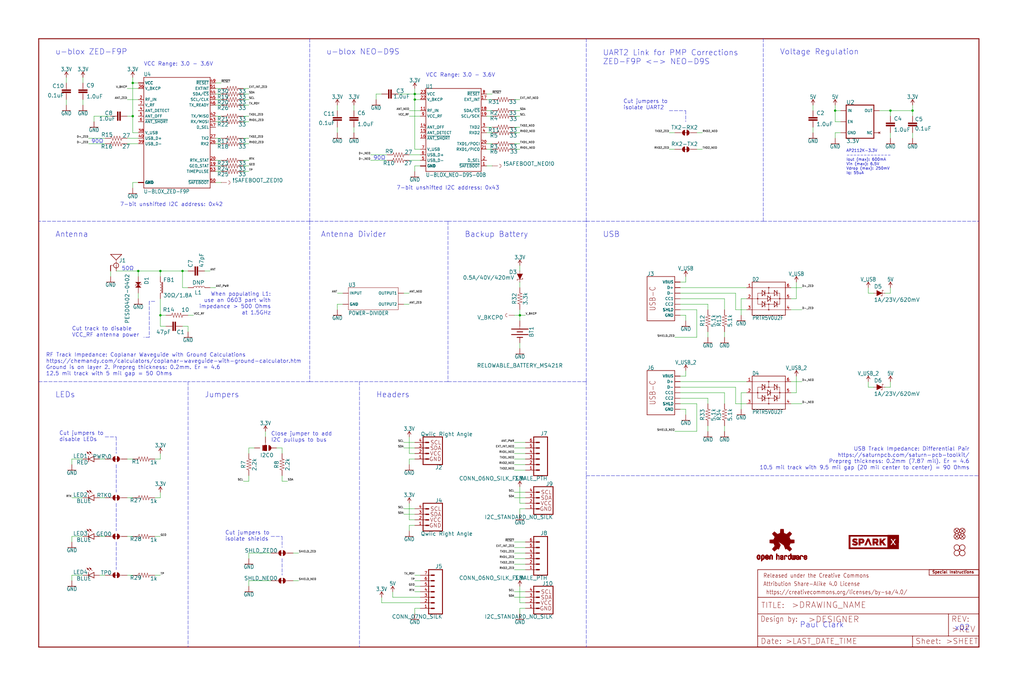
<source format=kicad_sch>
(kicad_sch (version 20211123) (generator eeschema)
  (paper "User" 470.306 317.906)
  (lib_symbols
    (symbol "eagleSchem-eagle-import:0.1UF-0603-25V-(+80{slash}-20%)"
      (property "Reference" "C" (at 1.524 2.921 0))
      (property "Value" "0.1UF-0603-25V-(+80{slash}-20%)" (at 1.524 -2.159 0))
      (symbol "0.1UF-0603-25V-(+80{slash}-20%)_1_0"
        (pin passive line (at 0 5.08 270) (length 2.54) (name "1") (number "1"))
        (pin passive line (at 0 -2.54 90) (length 2.54) (name "2") (number "2"))
      )
    )
    (symbol "eagleSchem-eagle-import:1.0UF-0603-16V-10%"
      (property "Reference" "C" (at 1.524 2.921 0))
      (property "Value" "1.0UF-0603-16V-10%" (at 1.524 -2.159 0))
      (symbol "1.0UF-0603-16V-10%_1_0"
        (pin passive line (at 0 5.08 270) (length 2.54) (name "1") (number "1"))
        (pin passive line (at 0 -2.54 90) (length 2.54) (name "2") (number "2"))
      )
    )
    (symbol "eagleSchem-eagle-import:10OHM-0603-1{slash}10W-1%"
      (property "Reference" "R" (at 0 1.524 0))
      (property "Value" "10OHM-0603-1{slash}10W-1%" (at 0 -1.524 0))
      (symbol "10OHM-0603-1{slash}10W-1%_1_0"
        (pin passive line (at -5.08 0 0) (length 2.54) (name "1") (number "1"))
        (pin passive line (at 5.08 0 180) (length 2.54) (name "2") (number "2"))
      )
    )
    (symbol "eagleSchem-eagle-import:1KOHM-0603-1{slash}10W-1%"
      (property "Reference" "R" (at 0 1.524 0))
      (property "Value" "1KOHM-0603-1{slash}10W-1%" (at 0 -1.524 0))
      (symbol "1KOHM-0603-1{slash}10W-1%_1_0"
        (pin passive line (at -5.08 0 0) (length 2.54) (name "1") (number "1"))
        (pin passive line (at 5.08 0 180) (length 2.54) (name "2") (number "2"))
      )
    )
    (symbol "eagleSchem-eagle-import:2.2KOHM-0603-1{slash}10W-1%"
      (property "Reference" "R" (at 0 1.524 0))
      (property "Value" "2.2KOHM-0603-1{slash}10W-1%" (at 0 -1.524 0))
      (symbol "2.2KOHM-0603-1{slash}10W-1%_1_0"
        (pin passive line (at -5.08 0 0) (length 2.54) (name "1") (number "1"))
        (pin passive line (at 5.08 0 180) (length 2.54) (name "2") (number "2"))
      )
    )
    (symbol "eagleSchem-eagle-import:27OHM-0603-1{slash}10W-1%"
      (property "Reference" "R" (at 0 1.524 0))
      (property "Value" "27OHM-0603-1{slash}10W-1%" (at 0 -1.524 0))
      (symbol "27OHM-0603-1{slash}10W-1%_1_0"
        (pin passive line (at -5.08 0 0) (length 2.54) (name "1") (number "1"))
        (pin passive line (at 5.08 0 180) (length 2.54) (name "2") (number "2"))
      )
    )
    (symbol "eagleSchem-eagle-import:3.3KOHM-0603-1{slash}10W-1%"
      (property "Reference" "R" (at 0 1.524 0))
      (property "Value" "3.3KOHM-0603-1{slash}10W-1%" (at 0 -1.524 0))
      (symbol "3.3KOHM-0603-1{slash}10W-1%_1_0"
        (pin passive line (at -5.08 0 0) (length 2.54) (name "1") (number "1"))
        (pin passive line (at 5.08 0 180) (length 2.54) (name "2") (number "2"))
      )
    )
    (symbol "eagleSchem-eagle-import:3.3V" (power)
      (property "Value" "3.3V" (at 0 2.794 0))
      (symbol "3.3V_1_0"
        (pin power_in line (at 0 0 90) (length 2.54) (name "3.3V") (number "1"))
      )
    )
    (symbol "eagleSchem-eagle-import:33OHM-0603-1{slash}10W-1%"
      (property "Reference" "R" (at 0 1.524 0))
      (property "Value" "33OHM-0603-1{slash}10W-1%" (at 0 -1.524 0))
      (symbol "33OHM-0603-1{slash}10W-1%_1_0"
        (pin passive line (at -5.08 0 0) (length 2.54) (name "1") (number "1"))
        (pin passive line (at 5.08 0 180) (length 2.54) (name "2") (number "2"))
      )
    )
    (symbol "eagleSchem-eagle-import:47PF-0603-50V-5%"
      (property "Reference" "C" (at 1.524 2.921 0))
      (property "Value" "47PF-0603-50V-5%" (at 1.524 -2.159 0))
      (symbol "47PF-0603-50V-5%_1_0"
        (pin passive line (at 0 5.08 270) (length 2.54) (name "1") (number "1"))
        (pin passive line (at 0 -2.54 90) (length 2.54) (name "2") (number "2"))
      )
    )
    (symbol "eagleSchem-eagle-import:5.1KOHM5.1KOHM-0603-1{slash}10W-1%"
      (property "Reference" "R" (at 0 1.524 0))
      (property "Value" "5.1KOHM5.1KOHM-0603-1{slash}10W-1%" (at 0 -1.524 0))
      (symbol "5.1KOHM5.1KOHM-0603-1{slash}10W-1%_1_0"
        (pin passive line (at -5.08 0 0) (length 2.54) (name "1") (number "1"))
        (pin passive line (at 5.08 0 180) (length 2.54) (name "2") (number "2"))
      )
    )
    (symbol "eagleSchem-eagle-import:5V" (power)
      (property "Value" "5V" (at 0 2.794 0))
      (symbol "5V_1_0"
        (pin power_in line (at 0 0 90) (length 2.54) (name "5V") (number "1"))
      )
    )
    (symbol "eagleSchem-eagle-import:ANTENNA-SMA-GROUNDEDEDGE_SMA"
      (property "Reference" "E" (at 3.048 0 0))
      (property "Value" "ANTENNA-SMA-GROUNDEDEDGE_SMA" (at 3.048 -2.286 0))
      (symbol "ANTENNA-SMA-GROUNDEDEDGE_SMA_1_0"
        (pin bidirectional line (at 2.54 -2.54 90) (length 2.54) (name "GND") (number "GND@0"))
        (pin bidirectional line (at 2.54 -2.54 90) (length 2.54) (name "GND") (number "GND@1"))
        (pin bidirectional line (at 2.54 -2.54 90) (length 2.54) (name "GND") (number "GND@2"))
        (pin bidirectional line (at 2.54 -2.54 90) (length 2.54) (name "GND") (number "GND@3"))
        (pin bidirectional line (at 0 -2.54 90) (length 2.54) (name "SIGNAL") (number "SIG"))
      )
    )
    (symbol "eagleSchem-eagle-import:CONN_06NO_SILK_FEMALE_PTH"
      (property "Reference" "J" (at -5.08 10.668 0))
      (property "Value" "CONN_06NO_SILK_FEMALE_PTH" (at -5.08 -9.906 0))
      (symbol "CONN_06NO_SILK_FEMALE_PTH_1_0"
        (pin passive line (at 5.08 -5.08 180) (length 5.08) (name "1") (number "1"))
        (pin passive line (at 5.08 -2.54 180) (length 5.08) (name "2") (number "2"))
        (pin passive line (at 5.08 0 180) (length 5.08) (name "3") (number "3"))
        (pin passive line (at 5.08 2.54 180) (length 5.08) (name "4") (number "4"))
        (pin passive line (at 5.08 5.08 180) (length 5.08) (name "5") (number "5"))
        (pin passive line (at 5.08 7.62 180) (length 5.08) (name "6") (number "6"))
      )
    )
    (symbol "eagleSchem-eagle-import:CONN_07NO_SILK"
      (property "Reference" "J" (at -5.08 13.208 0))
      (property "Value" "CONN_07NO_SILK" (at -5.08 -9.906 0))
      (symbol "CONN_07NO_SILK_1_0"
        (pin passive line (at 5.08 -5.08 180) (length 5.08) (name "1") (number "1"))
        (pin passive line (at 5.08 -2.54 180) (length 5.08) (name "2") (number "2"))
        (pin passive line (at 5.08 0 180) (length 5.08) (name "3") (number "3"))
        (pin passive line (at 5.08 2.54 180) (length 5.08) (name "4") (number "4"))
        (pin passive line (at 5.08 5.08 180) (length 5.08) (name "5") (number "5"))
        (pin passive line (at 5.08 7.62 180) (length 5.08) (name "6") (number "6"))
        (pin passive line (at 5.08 10.16 180) (length 5.08) (name "7") (number "7"))
      )
    )
    (symbol "eagleSchem-eagle-import:DIODE-SCHOTTKY-BAT20J"
      (property "Reference" "D" (at -2.54 2.032 0))
      (property "Value" "DIODE-SCHOTTKY-BAT20J" (at -2.54 -2.032 0))
      (symbol "DIODE-SCHOTTKY-BAT20J_1_0"
        (pin passive line (at -2.54 0 0) (length 0) (name "A") (number "A"))
        (pin passive line (at 2.54 0 180) (length 0) (name "C") (number "C"))
      )
    )
    (symbol "eagleSchem-eagle-import:DIODE-SCHOTTKY-PMEG4005EJ"
      (property "Reference" "D" (at -2.54 2.032 0))
      (property "Value" "DIODE-SCHOTTKY-PMEG4005EJ" (at -2.54 -2.032 0))
      (symbol "DIODE-SCHOTTKY-PMEG4005EJ_1_0"
        (pin passive line (at -2.54 0 0) (length 0) (name "A") (number "A"))
        (pin passive line (at 2.54 0 180) (length 0) (name "C") (number "C"))
      )
    )
    (symbol "eagleSchem-eagle-import:DNP-0603_NO-CREAM"
      (property "Value" "DNP-0603_NO-CREAM" (at 1.27 -2.54 0))
      (symbol "DNP-0603_NO-CREAM_1_0"
        (pin passive line (at 0 5.08 270) (length 2.54) (name "1") (number "1"))
        (pin passive line (at 0 -5.08 90) (length 2.54) (name "2") (number "2"))
      )
    )
    (symbol "eagleSchem-eagle-import:FERRITE_BEAD-0603"
      (property "Reference" "FB" (at 1.27 2.54 0))
      (property "Value" "FERRITE_BEAD-0603" (at 1.27 -2.54 0))
      (symbol "FERRITE_BEAD-0603_1_0"
        (pin passive line (at 0 5.08 270) (length 2.54) (name "1") (number "1"))
        (pin passive line (at 0 -5.08 90) (length 2.54) (name "2") (number "2"))
      )
    )
    (symbol "eagleSchem-eagle-import:FIDUCIALUFIDUCIAL")
    (symbol "eagleSchem-eagle-import:FRAME-LEDGER"
      (symbol "FRAME-LEDGER_2_0"
        (text " https://creativecommons.org/licenses/by-sa/4.0/" (at 2.54 24.13 0) (effects (font (size 1.9304 1.6408)) (justify left bottom)))
        (text ">DESIGNER" (at 23.114 11.176 0) (effects (font (size 2.7432 2.7432)) (justify left bottom)))
        (text ">DRAWING_NAME" (at 15.494 17.78 0) (effects (font (size 2.7432 2.7432)) (justify left bottom)))
        (text ">LAST_DATE_TIME" (at 12.7 1.27 0) (effects (font (size 2.54 2.54)) (justify left bottom)))
        (text ">REV" (at 88.9 6.604 0) (effects (font (size 2.7432 2.7432)) (justify left bottom)))
        (text ">SHEET" (at 86.36 1.27 0) (effects (font (size 2.54 2.54)) (justify left bottom)))
        (text "Attribution Share-Alike 4.0 License" (at 2.54 27.94 0) (effects (font (size 1.9304 1.6408)) (justify left bottom)))
        (text "Date:" (at 1.27 1.27 0) (effects (font (size 2.54 2.54)) (justify left bottom)))
        (text "Design by:" (at 1.27 11.43 0) (effects (font (size 2.54 2.159)) (justify left bottom)))
        (text "Released under the Creative Commons" (at 2.54 31.75 0) (effects (font (size 1.9304 1.6408)) (justify left bottom)))
        (text "REV:" (at 88.9 11.43 0) (effects (font (size 2.54 2.54)) (justify left bottom)))
        (text "Sheet:" (at 72.39 1.27 0) (effects (font (size 2.54 2.54)) (justify left bottom)))
        (text "TITLE:" (at 1.524 17.78 0) (effects (font (size 2.54 2.54)) (justify left bottom)))
      )
    )
    (symbol "eagleSchem-eagle-import:GND" (power)
      (property "Value" "GND" (at 0 -0.254 0))
      (symbol "GND_1_0"
        (pin power_in line (at 0 2.54 270) (length 2.54) (name "GND") (number "1"))
      )
    )
    (symbol "eagleSchem-eagle-import:I2C_STANDARDQWIIC"
      (property "Reference" "J" (at -5.08 7.874 0))
      (property "Value" "I2C_STANDARDQWIIC" (at -5.08 -5.334 0))
      (symbol "I2C_STANDARDQWIIC_1_0"
        (text "GND" (at -4.572 -2.54 0) (effects (font (size 1.778 1.778)) (justify left)))
        (text "SCL" (at -4.572 5.08 0) (effects (font (size 1.778 1.778)) (justify left)))
        (text "SDA" (at -4.572 2.54 0) (effects (font (size 1.778 1.778)) (justify left)))
        (text "VCC" (at -4.572 0 0) (effects (font (size 1.778 1.778)) (justify left)))
        (pin power_in line (at 7.62 -2.54 180) (length 5.08) (name "1") (number "1"))
        (pin power_in line (at 7.62 0 180) (length 5.08) (name "2") (number "2"))
        (pin passive line (at 7.62 2.54 180) (length 5.08) (name "3") (number "3"))
        (pin passive line (at 7.62 5.08 180) (length 5.08) (name "4") (number "4"))
      )
    )
    (symbol "eagleSchem-eagle-import:I2C_STANDARD_NO_SILK"
      (property "Reference" "J" (at -5.08 7.874 0))
      (property "Value" "I2C_STANDARD_NO_SILK" (at -5.08 -5.334 0))
      (symbol "I2C_STANDARD_NO_SILK_1_0"
        (text "GND" (at -4.572 -2.54 0) (effects (font (size 1.778 1.778)) (justify left)))
        (text "SCL" (at -4.572 5.08 0) (effects (font (size 1.778 1.778)) (justify left)))
        (text "SDA" (at -4.572 2.54 0) (effects (font (size 1.778 1.778)) (justify left)))
        (text "VCC" (at -4.572 0 0) (effects (font (size 1.778 1.778)) (justify left)))
        (pin power_in line (at 7.62 -2.54 180) (length 5.08) (name "1") (number "1"))
        (pin power_in line (at 7.62 0 180) (length 5.08) (name "2") (number "2"))
        (pin passive line (at 7.62 2.54 180) (length 5.08) (name "3") (number "3"))
        (pin passive line (at 7.62 5.08 180) (length 5.08) (name "4") (number "4"))
      )
    )
    (symbol "eagleSchem-eagle-import:JUMPER-SMT_2_NC_TRACE_SILK"
      (property "Reference" "JP" (at 0 3.048 0))
      (property "Value" "JUMPER-SMT_2_NC_TRACE_SILK" (at 0 -3.048 0))
      (symbol "JUMPER-SMT_2_NC_TRACE_SILK_1_0"
        (pin passive line (at -5.08 0 0) (length 2.54) (name "1") (number "1"))
        (pin passive line (at 5.08 0 180) (length 2.54) (name "2") (number "2"))
      )
    )
    (symbol "eagleSchem-eagle-import:JUMPER-SMT_3_NO_SILK"
      (property "Reference" "JP" (at 6.096 1.27 0))
      (property "Value" "JUMPER-SMT_3_NO_SILK" (at 6.858 -1.524 0))
      (symbol "JUMPER-SMT_3_NO_SILK_1_0"
        (pin passive line (at 0 5.08 270) (length 2.54) (name "1") (number "1"))
        (pin passive line (at -5.08 0 0) (length 2.54) (name "2") (number "2"))
        (pin passive line (at 0 -5.08 90) (length 2.54) (name "3") (number "3"))
      )
    )
    (symbol "eagleSchem-eagle-import:LED-BLUE0603"
      (property "Reference" "D" (at -3.429 -4.572 90))
      (property "Value" "LED-BLUE0603" (at 1.905 -4.572 90))
      (symbol "LED-BLUE0603_1_0"
        (pin passive line (at 0 2.54 270) (length 2.54) (name "A") (number "A"))
        (pin passive line (at 0 -5.08 90) (length 2.54) (name "C") (number "C"))
      )
    )
    (symbol "eagleSchem-eagle-import:LED-RED0603"
      (property "Reference" "D" (at -3.429 -4.572 90))
      (property "Value" "LED-RED0603" (at 1.905 -4.572 90))
      (symbol "LED-RED0603_1_0"
        (pin passive line (at 0 2.54 270) (length 2.54) (name "A") (number "A"))
        (pin passive line (at 0 -5.08 90) (length 2.54) (name "C") (number "C"))
      )
    )
    (symbol "eagleSchem-eagle-import:OSHW-LOGOS")
    (symbol "eagleSchem-eagle-import:PESD0402-0402"
      (property "Reference" "D" (at -2.54 2.794 0))
      (property "Value" "PESD0402-0402" (at -2.54 -2.794 0))
      (symbol "PESD0402-0402_1_0"
        (pin bidirectional line (at -2.54 0 0) (length 2.54) (name "1") (number "1"))
        (pin bidirectional line (at 5.08 0 180) (length 2.54) (name "2") (number "2"))
      )
    )
    (symbol "eagleSchem-eagle-import:POWER-DIVIDER"
      (property "Reference" "U" (at -12.7 5.334 0))
      (property "Value" "POWER-DIVIDER" (at -12.7 -7.62 0))
      (symbol "POWER-DIVIDER_1_0"
        (pin passive line (at -15.24 -2.54 0) (length 2.54) (name "GND") (number "1"))
        (pin input line (at -15.24 2.54 0) (length 2.54) (name "INPUT") (number "2"))
        (pin passive line (at -15.24 -2.54 0) (length 2.54) (name "GND") (number "3"))
        (pin output line (at 12.7 2.54 180) (length 2.54) (name "OUTPUT1") (number "4"))
        (pin passive line (at -15.24 -2.54 0) (length 2.54) (name "GND") (number "5"))
        (pin output line (at 12.7 -2.54 180) (length 2.54) (name "OUTPUT2") (number "6"))
      )
    )
    (symbol "eagleSchem-eagle-import:PRTR5V0U2F"
      (property "Reference" "D" (at -7.62 7.874 0))
      (property "Value" "PRTR5V0U2F" (at -7.62 -7.874 0))
      (symbol "PRTR5V0U2F_1_0"
        (pin bidirectional line (at -10.16 5.08 0) (length 2.54) (name "1") (number "1"))
        (pin power_in line (at -10.16 0 0) (length 2.54) (name "2") (number "2"))
        (pin bidirectional line (at -10.16 -5.08 0) (length 2.54) (name "3") (number "3"))
        (pin bidirectional line (at 10.16 -5.08 180) (length 2.54) (name "4") (number "4"))
        (pin power_in line (at 10.16 0 180) (length 2.54) (name "5") (number "5"))
        (pin bidirectional line (at 10.16 5.08 180) (length 2.54) (name "6") (number "6"))
      )
    )
    (symbol "eagleSchem-eagle-import:RELOWABLE_BATTERY_MS421R"
      (property "Reference" "BT" (at 0 4.318 0))
      (property "Value" "RELOWABLE_BATTERY_MS421R" (at 0 -4.318 0))
      (symbol "RELOWABLE_BATTERY_MS421R_1_0"
        (pin power_in line (at -5.08 0 0) (length 2.54) (name "+") (number "+"))
        (pin power_in line (at 5.08 0 180) (length 2.54) (name "-") (number "-"))
      )
    )
    (symbol "eagleSchem-eagle-import:SPARKX-LOGO4")
    (symbol "eagleSchem-eagle-import:SPECIAL_INSTRUCTIONS-ORDERING"
      (symbol "SPECIAL_INSTRUCTIONS-ORDERING_1_0"
        (text "Special Instructions" (at 1.27 0.6985 0) (effects (font (size 1.27 1.27) (thickness 0.254) bold) (justify left bottom)))
      )
    )
    (symbol "eagleSchem-eagle-import:STAND-OFF")
    (symbol "eagleSchem-eagle-import:TEST-POINT3X5"
      (property "Reference" "TP" (at -2.54 2.54 0))
      (property "Value" "TEST-POINT3X5" (at -2.54 -2.54 0))
      (symbol "TEST-POINT3X5_1_0"
        (pin bidirectional line (at 0 0 180) (length 0) (name "1") (number "1"))
      )
    )
    (symbol "eagleSchem-eagle-import:TEST-POINTPOGO_PTH"
      (property "Reference" "TP" (at -2.54 2.54 0))
      (property "Value" "TEST-POINTPOGO_PTH" (at -2.54 -2.54 0))
      (symbol "TEST-POINTPOGO_PTH_1_0"
        (pin bidirectional line (at 0 0 180) (length 0) (name "1") (number "1"))
      )
    )
    (symbol "eagleSchem-eagle-import:U-BLOX_NEO-D9S-00B"
      (property "Reference" "U" (at -12.7 17.78 0))
      (property "Value" "U-BLOX_NEO-D9S-00B" (at -12.7 -22.86 0))
      (symbol "U-BLOX_NEO-D9S-00B_1_0"
        (pin input line (at 15.24 -17.78 180) (length 2.54) (name "~{SAFEBOOT}") (number "1"))
        (pin power_in line (at -15.24 -17.78 0) (length 2.54) (name "GND") (number "10"))
        (pin input line (at -15.24 7.62 0) (length 2.54) (name "RF_IN") (number "11"))
        (pin power_in line (at -15.24 -17.78 0) (length 2.54) (name "GND") (number "12"))
        (pin power_in line (at -15.24 -17.78 0) (length 2.54) (name "GND") (number "13"))
        (pin output line (at -15.24 0 0) (length 2.54) (name "ANT_OFF") (number "14"))
        (pin input line (at -15.24 -2.54 0) (length 2.54) (name "ANT_DETECT") (number "15"))
        (pin output line (at -15.24 -5.08 0) (length 2.54) (name "~{ANT_SHORT}") (number "16"))
        (pin input line (at 15.24 12.7 180) (length 2.54) (name "EXT_INT") (number "17"))
        (pin bidirectional line (at 15.24 7.62 180) (length 2.54) (name "SDA/~{CS}") (number "18"))
        (pin bidirectional line (at 15.24 5.08 180) (length 2.54) (name "SCL/SCK") (number "19"))
        (pin input line (at 15.24 -15.24 180) (length 2.54) (name "D_SEL") (number "2"))
        (pin output line (at 15.24 -7.62 180) (length 2.54) (name "TXD1/POCI") (number "20"))
        (pin input line (at 15.24 -10.16 180) (length 2.54) (name "RXD1/PICO") (number "21"))
        (pin power_in line (at -15.24 12.7 0) (length 2.54) (name "V_BKCP") (number "22"))
        (pin power_in line (at -15.24 15.24 0) (length 2.54) (name "VCC") (number "23"))
        (pin power_in line (at -15.24 -17.78 0) (length 2.54) (name "GND") (number "24"))
        (pin output line (at 15.24 0 180) (length 2.54) (name "TXD2") (number "3"))
        (pin input line (at 15.24 -2.54 180) (length 2.54) (name "RXD2") (number "4"))
        (pin bidirectional line (at -15.24 -15.24 0) (length 2.54) (name "USB_D-") (number "5"))
        (pin bidirectional line (at -15.24 -12.7 0) (length 2.54) (name "USB_D+") (number "6"))
        (pin power_in line (at -15.24 -10.16 0) (length 2.54) (name "V_USB") (number "7"))
        (pin input line (at 15.24 15.24 180) (length 2.54) (name "~{RESET}") (number "8"))
        (pin output line (at -15.24 5.08 0) (length 2.54) (name "VCC_RF") (number "9"))
      )
    )
    (symbol "eagleSchem-eagle-import:U-BLOX_ZED-F9P"
      (property "Reference" "U" (at -15.24 25.908 0))
      (property "Value" "U-BLOX_ZED-F9P" (at -15.24 -27.94 0))
      (symbol "U-BLOX_ZED-F9P_1_0"
        (pin bidirectional line (at -17.78 -22.86 0) (length 2.54) (name "GND") (number "1"))
        (pin bidirectional line (at -17.78 -22.86 0) (length 2.54) (name "GND") (number "100"))
        (pin bidirectional line (at -17.78 -22.86 0) (length 2.54) (name "GND") (number "101"))
        (pin bidirectional line (at -17.78 -22.86 0) (length 2.54) (name "GND") (number "102"))
        (pin bidirectional line (at -17.78 -22.86 0) (length 2.54) (name "GND") (number "12"))
        (pin bidirectional line (at -17.78 -22.86 0) (length 2.54) (name "GND") (number "14"))
        (pin bidirectional line (at 17.78 -15.24 180) (length 2.54) (name "GEO_STAT") (number "19"))
        (pin bidirectional line (at -17.78 15.24 0) (length 2.54) (name "RF_IN") (number "2"))
        (pin bidirectional line (at 17.78 -12.7 180) (length 2.54) (name "RTK_STAT") (number "20"))
        (pin bidirectional line (at 17.78 -5.08 180) (length 2.54) (name "RX2") (number "26"))
        (pin bidirectional line (at 17.78 -2.54 180) (length 2.54) (name "TX2") (number "27"))
        (pin bidirectional line (at -17.78 -22.86 0) (length 2.54) (name "GND") (number "3"))
        (pin bidirectional line (at -17.78 -22.86 0) (length 2.54) (name "GND") (number "32"))
        (pin bidirectional line (at -17.78 22.86 0) (length 2.54) (name "VCC") (number "33"))
        (pin bidirectional line (at -17.78 22.86 0) (length 2.54) (name "VCC") (number "34"))
        (pin bidirectional line (at -17.78 20.32 0) (length 2.54) (name "V_BKCP") (number "36"))
        (pin bidirectional line (at -17.78 -22.86 0) (length 2.54) (name "GND") (number "37"))
        (pin bidirectional line (at -17.78 0 0) (length 2.54) (name "V_USB") (number "38"))
        (pin bidirectional line (at -17.78 -5.08 0) (length 2.54) (name "USB_D-") (number "39"))
        (pin bidirectional line (at -17.78 10.16 0) (length 2.54) (name "ANT_DETECT") (number "4"))
        (pin bidirectional line (at -17.78 -2.54 0) (length 2.54) (name "USB_D+") (number "40"))
        (pin bidirectional line (at -17.78 -22.86 0) (length 2.54) (name "GND") (number "41"))
        (pin bidirectional line (at 17.78 7.62 180) (length 2.54) (name "TX/MISO") (number "42"))
        (pin bidirectional line (at 17.78 5.08 180) (length 2.54) (name "RX/MOSI") (number "43"))
        (pin bidirectional line (at 17.78 17.78 180) (length 2.54) (name "SDA/~{CS}") (number "44"))
        (pin bidirectional line (at 17.78 15.24 180) (length 2.54) (name "SCL/CLK") (number "45"))
        (pin bidirectional line (at 17.78 12.7 180) (length 2.54) (name "TX_READY") (number "46"))
        (pin bidirectional line (at 17.78 2.54 180) (length 2.54) (name "D_SEL") (number "47"))
        (pin bidirectional line (at -17.78 -22.86 0) (length 2.54) (name "GND") (number "48"))
        (pin bidirectional line (at 17.78 22.86 180) (length 2.54) (name "~{RESET}") (number "49"))
        (pin bidirectional line (at -17.78 7.62 0) (length 2.54) (name "ANT_OFF") (number "5"))
        (pin bidirectional line (at 17.78 -22.86 180) (length 2.54) (name "~{SAFEBOOT}") (number "50"))
        (pin bidirectional line (at 17.78 20.32 180) (length 2.54) (name "EXTINT") (number "51"))
        (pin bidirectional line (at 17.78 -17.78 180) (length 2.54) (name "TIMEPULSE") (number "53"))
        (pin bidirectional line (at -17.78 -22.86 0) (length 2.54) (name "GND") (number "55"))
        (pin bidirectional line (at -17.78 -22.86 0) (length 2.54) (name "GND") (number "56"))
        (pin bidirectional line (at -17.78 -22.86 0) (length 2.54) (name "GND") (number "57"))
        (pin bidirectional line (at -17.78 -22.86 0) (length 2.54) (name "GND") (number "58"))
        (pin bidirectional line (at -17.78 -22.86 0) (length 2.54) (name "GND") (number "59"))
        (pin bidirectional line (at -17.78 5.08 0) (length 2.54) (name "~{ANT_SHORT}") (number "6"))
        (pin bidirectional line (at -17.78 -22.86 0) (length 2.54) (name "GND") (number "60"))
        (pin bidirectional line (at -17.78 -22.86 0) (length 2.54) (name "GND") (number "61"))
        (pin bidirectional line (at -17.78 -22.86 0) (length 2.54) (name "GND") (number "62"))
        (pin bidirectional line (at -17.78 -22.86 0) (length 2.54) (name "GND") (number "63"))
        (pin bidirectional line (at -17.78 -22.86 0) (length 2.54) (name "GND") (number "64"))
        (pin bidirectional line (at -17.78 -22.86 0) (length 2.54) (name "GND") (number "65"))
        (pin bidirectional line (at -17.78 -22.86 0) (length 2.54) (name "GND") (number "66"))
        (pin bidirectional line (at -17.78 -22.86 0) (length 2.54) (name "GND") (number "67"))
        (pin bidirectional line (at -17.78 -22.86 0) (length 2.54) (name "GND") (number "68"))
        (pin bidirectional line (at -17.78 -22.86 0) (length 2.54) (name "GND") (number "69"))
        (pin bidirectional line (at -17.78 12.7 0) (length 2.54) (name "V_RF") (number "7"))
        (pin bidirectional line (at -17.78 -22.86 0) (length 2.54) (name "GND") (number "70"))
        (pin bidirectional line (at -17.78 -22.86 0) (length 2.54) (name "GND") (number "71"))
        (pin bidirectional line (at -17.78 -22.86 0) (length 2.54) (name "GND") (number "72"))
        (pin bidirectional line (at -17.78 -22.86 0) (length 2.54) (name "GND") (number "73"))
        (pin bidirectional line (at -17.78 -22.86 0) (length 2.54) (name "GND") (number "74"))
        (pin bidirectional line (at -17.78 -22.86 0) (length 2.54) (name "GND") (number "75"))
        (pin bidirectional line (at -17.78 -22.86 0) (length 2.54) (name "GND") (number "76"))
        (pin bidirectional line (at -17.78 -22.86 0) (length 2.54) (name "GND") (number "77"))
        (pin bidirectional line (at -17.78 -22.86 0) (length 2.54) (name "GND") (number "78"))
        (pin bidirectional line (at -17.78 -22.86 0) (length 2.54) (name "GND") (number "79"))
        (pin bidirectional line (at -17.78 -22.86 0) (length 2.54) (name "GND") (number "80"))
        (pin bidirectional line (at -17.78 -22.86 0) (length 2.54) (name "GND") (number "81"))
        (pin bidirectional line (at -17.78 -22.86 0) (length 2.54) (name "GND") (number "82"))
        (pin bidirectional line (at -17.78 -22.86 0) (length 2.54) (name "GND") (number "83"))
        (pin bidirectional line (at -17.78 -22.86 0) (length 2.54) (name "GND") (number "84"))
        (pin bidirectional line (at -17.78 -22.86 0) (length 2.54) (name "GND") (number "85"))
        (pin bidirectional line (at -17.78 -22.86 0) (length 2.54) (name "GND") (number "86"))
        (pin bidirectional line (at -17.78 -22.86 0) (length 2.54) (name "GND") (number "87"))
        (pin bidirectional line (at -17.78 -22.86 0) (length 2.54) (name "GND") (number "88"))
        (pin bidirectional line (at -17.78 -22.86 0) (length 2.54) (name "GND") (number "89"))
        (pin bidirectional line (at -17.78 -22.86 0) (length 2.54) (name "GND") (number "90"))
        (pin bidirectional line (at -17.78 -22.86 0) (length 2.54) (name "GND") (number "91"))
        (pin bidirectional line (at -17.78 -22.86 0) (length 2.54) (name "GND") (number "92"))
        (pin bidirectional line (at -17.78 -22.86 0) (length 2.54) (name "GND") (number "93"))
        (pin bidirectional line (at -17.78 -22.86 0) (length 2.54) (name "GND") (number "94"))
        (pin bidirectional line (at -17.78 -22.86 0) (length 2.54) (name "GND") (number "95"))
        (pin bidirectional line (at -17.78 -22.86 0) (length 2.54) (name "GND") (number "96"))
        (pin bidirectional line (at -17.78 -22.86 0) (length 2.54) (name "GND") (number "97"))
        (pin bidirectional line (at -17.78 -22.86 0) (length 2.54) (name "GND") (number "98"))
        (pin bidirectional line (at -17.78 -22.86 0) (length 2.54) (name "GND") (number "99"))
      )
    )
    (symbol "eagleSchem-eagle-import:USB_C_4-LAYER_PADS"
      (property "Reference" "J" (at -2.54 10.414 0))
      (property "Value" "USB_C_4-LAYER_PADS" (at -2.54 -12.446 0))
      (symbol "USB_C_4-LAYER_PADS_1_0"
        (text "USB-C" (at 0 0 900) (effects (font (size 2.54 2.159))))
        (pin bidirectional line (at 12.7 0 180) (length 2.54) (name "CC1") (number "A5"))
        (pin bidirectional line (at 12.7 5.08 180) (length 2.54) (name "D+") (number "A6"))
        (pin bidirectional line (at 12.7 2.54 180) (length 2.54) (name "D-") (number "A7"))
        (pin bidirectional line (at 12.7 -2.54 180) (length 2.54) (name "CC2") (number "B5"))
        (pin bidirectional line (at 12.7 5.08 180) (length 2.54) (name "D+") (number "B6"))
        (pin bidirectional line (at 12.7 2.54 180) (length 2.54) (name "D-") (number "B7"))
        (pin bidirectional line (at 12.7 -7.62 180) (length 2.54) (name "GND") (number "GND"))
        (pin bidirectional line (at 12.7 -7.62 180) (length 2.54) (name "GND") (number "GND2"))
        (pin bidirectional line (at 12.7 -5.08 180) (length 2.54) (name "SHLD") (number "SHLD1"))
        (pin bidirectional line (at 12.7 -5.08 180) (length 2.54) (name "SHLD") (number "SHLD2"))
        (pin bidirectional line (at 12.7 -5.08 180) (length 2.54) (name "SHLD") (number "SHLD3"))
        (pin bidirectional line (at 12.7 -5.08 180) (length 2.54) (name "SHLD") (number "SHLD4"))
        (pin bidirectional line (at 12.7 7.62 180) (length 2.54) (name "VBUS") (number "VBUS1"))
        (pin bidirectional line (at 12.7 7.62 180) (length 2.54) (name "VBUS") (number "VBUS2"))
      )
    )
    (symbol "eagleSchem-eagle-import:V_REG_AP2112K-3.3V"
      (property "Reference" "U" (at -7.62 7.874 0))
      (property "Value" "V_REG_AP2112K-3.3V" (at -7.62 -7.874 0))
      (symbol "V_REG_AP2112K-3.3V_1_0"
        (pin input line (at -10.16 5.08 0) (length 2.54) (name "IN") (number "1"))
        (pin input line (at -10.16 -5.08 0) (length 2.54) (name "GND") (number "2"))
        (pin input line (at -10.16 0 0) (length 2.54) (name "EN") (number "3"))
        (pin no_connect line (at 7.62 -5.08 180) (length 2.54) (name "NC") (number "4"))
        (pin passive line (at 7.62 5.08 180) (length 2.54) (name "OUT") (number "5"))
      )
    )
    (symbol "eagleSchem-eagle-import:V_USB" (power)
      (property "Value" "V_USB" (at 0 2.794 0))
      (symbol "V_USB_1_0"
        (pin power_in line (at 0 0 90) (length 2.54) (name "V_USB") (number "1"))
      )
    )
    (symbol "eagleSchem-eagle-import:V_USB_2" (power)
      (property "Value" "V_USB_2" (at 0 2.794 0))
      (symbol "V_USB_2_1_0"
        (pin power_in line (at 0 0 90) (length 2.54) (name "V_USB_2") (number "1"))
      )
    )
  )
  (junction (at 73.66 124.46))
  (junction (at 63.5 124.46))
  (junction (at 60.96 38.1))
  (junction (at 408.94 50.8))
  (junction (at 73.66 144.78))
  (junction (at 83.82 124.46))
  (junction (at 60.96 53.34))
  (junction (at 238.76 144.78))
  (junction (at 383.54 50.8))
  (junction (at 190.5 43.18))
  (junction (at 190.5 45.72))
  (junction (at 419.1 50.8))
  (wire (pts (xy 114.3 205.74) (xy 116.84 205.74)))
  (wire (pts (xy 93.98 124.46) (xy 96.52 124.46)))
  (wire (pts (xy 177.8 73.66) (xy 170.18 73.66)))
  (wire (pts (xy 129.54 208.28) (xy 129.54 205.74)))
  (wire (pts (xy 154.94 50.8) (xy 154.94 48.26)))
  (polyline (pts (xy 269.24 218.44) (xy 269.24 297.18)))
  (polyline (pts (xy 165.1 175.26) (xy 205.74 175.26)))
  (polyline (pts (xy 71.12 138.43) (xy 68.58 138.43)))
  (polyline (pts (xy 205.74 101.6) (xy 205.74 175.26)))
  (wire (pts (xy 312.42 180.34) (xy 332.74 180.34)))
  (wire (pts (xy 332.74 180.34) (xy 332.74 185.42)))
  (wire (pts (xy 124.46 266.7) (xy 114.3 266.7)))
  (wire (pts (xy 63.5 38.1) (xy 60.96 38.1)))
  (wire (pts (xy 406.4 134.62) (xy 408.94 134.62)))
  (wire (pts (xy 236.22 144.78) (xy 238.76 144.78)))
  (wire (pts (xy 99.06 38.1) (xy 101.6 38.1)))
  (wire (pts (xy 325.12 185.42) (xy 325.12 182.88)))
  (wire (pts (xy 236.22 60.96) (xy 238.76 60.96)))
  (wire (pts (xy 383.54 60.96) (xy 383.54 63.5)))
  (wire (pts (xy 320.04 154.94) (xy 309.88 154.94)))
  (wire (pts (xy 38.1 228.6) (xy 33.02 228.6)))
  (wire (pts (xy 129.54 220.98) (xy 132.08 220.98)))
  (wire (pts (xy 111.76 55.88) (xy 114.3 55.88)))
  (wire (pts (xy 45.72 246.38) (xy 48.26 246.38)))
  (wire (pts (xy 190.5 279.4) (xy 190.5 281.94)))
  (wire (pts (xy 342.9 142.24) (xy 337.82 142.24)))
  (wire (pts (xy 71.12 228.6) (xy 73.66 228.6)))
  (wire (pts (xy 101.6 43.18) (xy 99.06 43.18)))
  (polyline (pts (xy 142.24 101.6) (xy 142.24 175.26)))
  (polyline (pts (xy 205.74 175.26) (xy 269.24 175.26)))
  (wire (pts (xy 73.66 144.78) (xy 73.66 149.86)))
  (wire (pts (xy 236.22 226.06) (xy 241.3 226.06)))
  (wire (pts (xy 238.76 279.4) (xy 238.76 281.94)))
  (wire (pts (xy 332.74 137.16) (xy 332.74 142.24)))
  (wire (pts (xy 238.76 233.68) (xy 238.76 236.22)))
  (wire (pts (xy 180.34 274.32) (xy 180.34 271.78)))
  (wire (pts (xy 241.3 271.78) (xy 236.22 271.78)))
  (wire (pts (xy 175.26 276.86) (xy 175.26 274.32)))
  (wire (pts (xy 187.96 241.3) (xy 187.96 243.84)))
  (wire (pts (xy 238.76 142.24) (xy 238.76 144.78)))
  (polyline (pts (xy 350.52 101.6) (xy 350.52 17.78)))
  (wire (pts (xy 226.06 58.42) (xy 223.52 58.42)))
  (wire (pts (xy 63.5 66.04) (xy 58.42 66.04)))
  (wire (pts (xy 236.22 50.8) (xy 238.76 50.8)))
  (wire (pts (xy 325.12 142.24) (xy 325.12 139.7)))
  (polyline (pts (xy 17.78 175.26) (xy 86.36 175.26)))
  (wire (pts (xy 43.18 53.34) (xy 43.18 55.88)))
  (wire (pts (xy 312.42 129.54) (xy 314.96 129.54)))
  (wire (pts (xy 99.06 76.2) (xy 101.6 76.2)))
  (polyline (pts (xy 142.24 175.26) (xy 86.36 175.26)))
  (polyline (pts (xy 68.58 138.43) (xy 68.58 154.94)))
  (polyline (pts (xy 142.24 101.6) (xy 17.78 101.6)))
  (wire (pts (xy 88.9 144.78) (xy 86.36 144.78)))
  (wire (pts (xy 86.36 152.4) (xy 86.36 149.86)))
  (wire (pts (xy 363.22 142.24) (xy 368.3 142.24)))
  (wire (pts (xy 134.62 266.7) (xy 137.16 266.7)))
  (wire (pts (xy 236.22 208.28) (xy 241.3 208.28)))
  (wire (pts (xy 241.3 228.6) (xy 236.22 228.6)))
  (wire (pts (xy 193.04 276.86) (xy 175.26 276.86)))
  (wire (pts (xy 309.88 68.58) (xy 307.34 68.58)))
  (wire (pts (xy 309.88 60.96) (xy 307.34 60.96)))
  (wire (pts (xy 190.5 203.2) (xy 185.42 203.2)))
  (wire (pts (xy 48.26 66.04) (xy 40.64 66.04)))
  (wire (pts (xy 190.5 45.72) (xy 193.04 45.72)))
  (polyline (pts (xy 53.34 248.92) (xy 53.34 261.62)))
  (wire (pts (xy 190.5 233.68) (xy 185.42 233.68)))
  (wire (pts (xy 403.86 50.8) (xy 408.94 50.8)))
  (wire (pts (xy 320.04 60.96) (xy 322.58 60.96)))
  (wire (pts (xy 101.6 55.88) (xy 99.06 55.88)))
  (polyline (pts (xy 269.24 175.26) (xy 269.24 101.6)))
  (wire (pts (xy 190.5 210.82) (xy 187.96 210.82)))
  (wire (pts (xy 226.06 45.72) (xy 223.52 45.72)))
  (wire (pts (xy 312.42 185.42) (xy 320.04 185.42)))
  (wire (pts (xy 73.66 124.46) (xy 73.66 127)))
  (wire (pts (xy 236.22 215.9) (xy 241.3 215.9)))
  (wire (pts (xy 63.5 45.72) (xy 58.42 45.72)))
  (wire (pts (xy 236.22 66.04) (xy 238.76 66.04)))
  (wire (pts (xy 238.76 144.78) (xy 238.76 147.32)))
  (wire (pts (xy 342.9 180.34) (xy 340.36 180.34)))
  (wire (pts (xy 48.26 63.5) (xy 40.64 63.5)))
  (wire (pts (xy 187.96 238.76) (xy 187.96 231.14)))
  (wire (pts (xy 33.02 213.36) (xy 33.02 210.82)))
  (wire (pts (xy 363.22 132.08) (xy 368.3 132.08)))
  (wire (pts (xy 33.02 264.16) (xy 38.1 264.16)))
  (wire (pts (xy 83.82 132.08) (xy 83.82 124.46)))
  (wire (pts (xy 73.66 210.82) (xy 73.66 208.28)))
  (wire (pts (xy 101.6 40.64) (xy 99.06 40.64)))
  (polyline (pts (xy 269.24 175.26) (xy 269.24 218.44)))
  (wire (pts (xy 96.52 132.08) (xy 99.06 132.08)))
  (wire (pts (xy 50.8 53.34) (xy 43.18 53.34)))
  (wire (pts (xy 99.06 83.82) (xy 101.6 83.82)))
  (wire (pts (xy 342.9 185.42) (xy 337.82 185.42)))
  (wire (pts (xy 193.04 264.16) (xy 190.5 264.16)))
  (wire (pts (xy 314.96 172.72) (xy 314.96 170.18)))
  (wire (pts (xy 111.76 43.18) (xy 114.3 43.18)))
  (wire (pts (xy 241.3 261.62) (xy 236.22 261.62)))
  (wire (pts (xy 63.5 83.82) (xy 60.96 83.82)))
  (wire (pts (xy 162.56 50.8) (xy 162.56 48.26)))
  (wire (pts (xy 187.96 50.8) (xy 193.04 50.8)))
  (wire (pts (xy 30.48 38.1) (xy 30.48 35.56)))
  (wire (pts (xy 30.48 48.26) (xy 30.48 45.72)))
  (wire (pts (xy 50.8 124.46) (xy 50.8 127)))
  (wire (pts (xy 58.42 264.16) (xy 60.96 264.16)))
  (wire (pts (xy 241.3 233.68) (xy 238.76 233.68)))
  (wire (pts (xy 157.48 134.62) (xy 154.94 134.62)))
  (wire (pts (xy 190.5 241.3) (xy 187.96 241.3)))
  (wire (pts (xy 312.42 137.16) (xy 332.74 137.16)))
  (polyline (pts (xy 86.36 175.26) (xy 86.36 297.18)))
  (wire (pts (xy 408.94 50.8) (xy 419.1 50.8)))
  (wire (pts (xy 363.22 137.16) (xy 365.76 137.16)))
  (wire (pts (xy 365.76 137.16) (xy 365.76 129.54)))
  (wire (pts (xy 111.76 63.5) (xy 114.3 63.5)))
  (wire (pts (xy 38.1 45.72) (xy 38.1 48.26)))
  (wire (pts (xy 193.04 279.4) (xy 190.5 279.4)))
  (wire (pts (xy 193.04 53.34) (xy 187.96 53.34)))
  (wire (pts (xy 383.54 50.8) (xy 383.54 48.26)))
  (wire (pts (xy 193.04 266.7) (xy 190.5 266.7)))
  (wire (pts (xy 185.42 134.62) (xy 187.96 134.62)))
  (wire (pts (xy 45.72 210.82) (xy 48.26 210.82)))
  (wire (pts (xy 73.66 149.86) (xy 76.2 149.86)))
  (wire (pts (xy 241.3 251.46) (xy 236.22 251.46)))
  (wire (pts (xy 157.48 139.7) (xy 154.94 139.7)))
  (wire (pts (xy 226.06 60.96) (xy 223.52 60.96)))
  (wire (pts (xy 63.5 63.5) (xy 58.42 63.5)))
  (polyline (pts (xy 142.24 175.26) (xy 165.1 175.26)))
  (wire (pts (xy 236.22 203.2) (xy 241.3 203.2)))
  (wire (pts (xy 63.5 60.96) (xy 60.96 60.96)))
  (wire (pts (xy 134.62 254) (xy 137.16 254)))
  (wire (pts (xy 337.82 177.8) (xy 337.82 185.42)))
  (wire (pts (xy 340.36 137.16) (xy 340.36 144.78)))
  (polyline (pts (xy 350.52 101.6) (xy 449.58 101.6)))
  (wire (pts (xy 312.42 177.8) (xy 337.82 177.8)))
  (wire (pts (xy 63.5 40.64) (xy 58.42 40.64)))
  (polyline (pts (xy 129.54 256.54) (xy 129.54 264.16)))
  (wire (pts (xy 386.08 60.96) (xy 383.54 60.96)))
  (wire (pts (xy 190.5 45.72) (xy 190.5 43.18)))
  (wire (pts (xy 236.22 213.36) (xy 241.3 213.36)))
  (wire (pts (xy 337.82 134.62) (xy 337.82 142.24)))
  (polyline (pts (xy 269.24 101.6) (xy 350.52 101.6)))
  (polyline (pts (xy 53.34 200.66) (xy 53.34 208.28)))
  (wire (pts (xy 114.3 218.44) (xy 114.3 220.98)))
  (wire (pts (xy 314.96 144.78) (xy 314.96 147.32)))
  (wire (pts (xy 154.94 60.96) (xy 154.94 58.42)))
  (wire (pts (xy 419.1 63.5) (xy 419.1 60.96)))
  (wire (pts (xy 312.42 134.62) (xy 337.82 134.62)))
  (wire (pts (xy 58.42 53.34) (xy 60.96 53.34)))
  (wire (pts (xy 398.78 177.8) (xy 401.32 177.8)))
  (wire (pts (xy 73.66 246.38) (xy 71.12 246.38)))
  (wire (pts (xy 312.42 142.24) (xy 320.04 142.24)))
  (wire (pts (xy 193.04 274.32) (xy 180.34 274.32)))
  (polyline (pts (xy 307.34 50.8) (xy 314.96 50.8)))
  (wire (pts (xy 419.1 48.26) (xy 419.1 50.8)))
  (wire (pts (xy 190.5 68.58) (xy 193.04 68.58)))
  (wire (pts (xy 114.3 269.24) (xy 114.3 266.7)))
  (polyline (pts (xy 269.24 218.44) (xy 449.58 218.44)))
  (polyline (pts (xy 142.24 101.6) (xy 205.74 101.6)))
  (polyline (pts (xy 205.74 101.6) (xy 269.24 101.6)))
  (wire (pts (xy 236.22 210.82) (xy 241.3 210.82)))
  (wire (pts (xy 241.3 259.08) (xy 236.22 259.08)))
  (wire (pts (xy 58.42 228.6) (xy 60.96 228.6)))
  (wire (pts (xy 408.94 177.8) (xy 408.94 175.26)))
  (wire (pts (xy 342.9 132.08) (xy 312.42 132.08)))
  (wire (pts (xy 236.22 58.42) (xy 238.76 58.42)))
  (wire (pts (xy 83.82 124.46) (xy 73.66 124.46)))
  (wire (pts (xy 190.5 236.22) (xy 185.42 236.22)))
  (wire (pts (xy 121.92 198.12) (xy 121.92 200.66)))
  (wire (pts (xy 238.76 129.54) (xy 238.76 132.08)))
  (wire (pts (xy 187.96 73.66) (xy 193.04 73.66)))
  (wire (pts (xy 73.66 124.46) (xy 63.5 124.46)))
  (wire (pts (xy 111.76 53.34) (xy 114.3 53.34)))
  (wire (pts (xy 114.3 256.54) (xy 114.3 254)))
  (wire (pts (xy 193.04 269.24) (xy 190.5 269.24)))
  (wire (pts (xy 63.5 134.62) (xy 63.5 137.16)))
  (wire (pts (xy 101.6 45.72) (xy 99.06 45.72)))
  (wire (pts (xy 101.6 53.34) (xy 99.06 53.34)))
  (wire (pts (xy 129.54 218.44) (xy 129.54 220.98)))
  (wire (pts (xy 99.06 73.66) (xy 101.6 73.66)))
  (wire (pts (xy 238.76 231.14) (xy 238.76 223.52)))
  (wire (pts (xy 172.72 43.18) (xy 172.72 45.72)))
  (wire (pts (xy 154.94 139.7) (xy 154.94 142.24)))
  (wire (pts (xy 373.38 60.96) (xy 373.38 58.42)))
  (wire (pts (xy 241.3 256.54) (xy 236.22 256.54)))
  (wire (pts (xy 238.76 144.78) (xy 241.3 144.78)))
  (wire (pts (xy 76.2 144.78) (xy 73.66 144.78)))
  (wire (pts (xy 187.96 71.12) (xy 193.04 71.12)))
  (wire (pts (xy 226.06 50.8) (xy 223.52 50.8)))
  (polyline (pts (xy 53.34 213.36) (xy 53.34 226.06)))
  (wire (pts (xy 190.5 68.58) (xy 190.5 45.72)))
  (wire (pts (xy 111.76 78.74) (xy 114.3 78.74)))
  (wire (pts (xy 226.06 53.34) (xy 223.52 53.34)))
  (wire (pts (xy 312.42 187.96) (xy 314.96 187.96)))
  (wire (pts (xy 226.06 68.58) (xy 223.52 68.58)))
  (wire (pts (xy 33.02 246.38) (xy 38.1 246.38)))
  (wire (pts (xy 101.6 66.04) (xy 99.06 66.04)))
  (wire (pts (xy 325.12 195.58) (xy 325.12 198.12)))
  (wire (pts (xy 340.36 180.34) (xy 340.36 187.96)))
  (wire (pts (xy 320.04 198.12) (xy 309.88 198.12)))
  (polyline (pts (xy 314.96 50.8) (xy 314.96 55.88)))
  (wire (pts (xy 365.76 180.34) (xy 365.76 172.72)))
  (wire (pts (xy 111.76 73.66) (xy 114.3 73.66)))
  (wire (pts (xy 71.12 210.82) (xy 73.66 210.82)))
  (wire (pts (xy 45.72 228.6) (xy 48.26 228.6)))
  (wire (pts (xy 187.96 210.82) (xy 187.96 213.36)))
  (wire (pts (xy 312.42 144.78) (xy 314.96 144.78)))
  (wire (pts (xy 325.12 182.88) (xy 312.42 182.88)))
  (wire (pts (xy 63.5 127) (xy 63.5 124.46)))
  (wire (pts (xy 111.76 45.72) (xy 114.3 45.72)))
  (wire (pts (xy 114.3 40.64) (xy 111.76 40.64)))
  (polyline (pts (xy 165.1 175.26) (xy 165.1 297.18)))
  (wire (pts (xy 325.12 139.7) (xy 312.42 139.7)))
  (wire (pts (xy 241.3 274.32) (xy 236.22 274.32)))
  (wire (pts (xy 363.22 180.34) (xy 365.76 180.34)))
  (wire (pts (xy 185.42 139.7) (xy 187.96 139.7)))
  (wire (pts (xy 190.5 43.18) (xy 193.04 43.18)))
  (wire (pts (xy 111.76 76.2) (xy 114.3 76.2)))
  (wire (pts (xy 111.76 66.04) (xy 114.3 66.04)))
  (wire (pts (xy 33.02 248.92) (xy 33.02 246.38)))
  (polyline (pts (xy 129.54 246.38) (xy 129.54 251.46)))
  (wire (pts (xy 190.5 208.28) (xy 187.96 208.28)))
  (wire (pts (xy 398.78 132.08) (xy 398.78 134.62)))
  (wire (pts (xy 101.6 63.5) (xy 99.06 63.5)))
  (wire (pts (xy 60.96 53.34) (xy 60.96 38.1)))
  (wire (pts (xy 241.3 279.4) (xy 238.76 279.4)))
  (wire (pts (xy 53.34 124.46) (xy 63.5 124.46)))
  (wire (pts (xy 38.1 38.1) (xy 38.1 35.56)))
  (wire (pts (xy 241.3 248.92) (xy 236.22 248.92)))
  (wire (pts (xy 238.76 45.72) (xy 236.22 45.72)))
  (wire (pts (xy 124.46 254) (xy 114.3 254)))
  (wire (pts (xy 86.36 124.46) (xy 83.82 124.46)))
  (wire (pts (xy 241.3 276.86) (xy 238.76 276.86)))
  (wire (pts (xy 332.74 152.4) (xy 332.74 154.94)))
  (wire (pts (xy 312.42 172.72) (xy 314.96 172.72)))
  (wire (pts (xy 398.78 134.62) (xy 401.32 134.62)))
  (wire (pts (xy 33.02 266.7) (xy 33.02 264.16)))
  (wire (pts (xy 383.54 55.88) (xy 383.54 50.8)))
  (wire (pts (xy 241.3 231.14) (xy 238.76 231.14)))
  (wire (pts (xy 129.54 205.74) (xy 127 205.74)))
  (polyline (pts (xy 142.24 17.78) (xy 142.24 101.6)))
  (wire (pts (xy 325.12 152.4) (xy 325.12 154.94)))
  (wire (pts (xy 314.96 129.54) (xy 314.96 127)))
  (wire (pts (xy 33.02 210.82) (xy 38.1 210.82)))
  (wire (pts (xy 101.6 48.26) (xy 99.06 48.26)))
  (wire (pts (xy 193.04 271.78) (xy 190.5 271.78)))
  (wire (pts (xy 190.5 205.74) (xy 185.42 205.74)))
  (wire (pts (xy 86.36 132.08) (xy 83.82 132.08)))
  (wire (pts (xy 236.22 205.74) (xy 241.3 205.74)))
  (wire (pts (xy 190.5 40.64) (xy 190.5 43.18)))
  (wire (pts (xy 73.66 264.16) (xy 71.12 264.16)))
  (wire (pts (xy 238.76 276.86) (xy 238.76 269.24)))
  (wire (pts (xy 187.96 208.28) (xy 187.96 200.66)))
  (wire (pts (xy 73.66 228.6) (xy 73.66 226.06)))
  (wire (pts (xy 177.8 71.12) (xy 170.18 71.12)))
  (wire (pts (xy 408.94 50.8) (xy 408.94 53.34)))
  (wire (pts (xy 236.22 68.58) (xy 238.76 68.58)))
  (wire (pts (xy 86.36 149.86) (xy 83.82 149.86)))
  (wire (pts (xy 408.94 63.5) (xy 408.94 60.96)))
  (wire (pts (xy 190.5 238.76) (xy 187.96 238.76)))
  (wire (pts (xy 114.3 208.28) (xy 114.3 205.74)))
  (wire (pts (xy 60.96 83.82) (xy 60.96 86.36)))
  (wire (pts (xy 241.3 254) (xy 236.22 254)))
  (wire (pts (xy 114.3 220.98) (xy 111.76 220.98)))
  (wire (pts (xy 238.76 121.92) (xy 238.76 124.46)))
  (wire (pts (xy 342.9 137.16) (xy 340.36 137.16)))
  (wire (pts (xy 60.96 60.96) (xy 60.96 53.34)))
  (wire (pts (xy 58.42 210.82) (xy 60.96 210.82)))
  (wire (pts (xy 111.76 48.26) (xy 114.3 48.26)))
  (wire (pts (xy 99.06 78.74) (xy 101.6 78.74)))
  (wire (pts (xy 320.04 142.24) (xy 320.04 154.94)))
  (wire (pts (xy 383.54 50.8) (xy 386.08 50.8)))
  (polyline (pts (xy 269.24 101.6) (xy 269.24 17.78)))
  (wire (pts (xy 226.06 76.2) (xy 223.52 76.2)))
  (wire (pts (xy 190.5 43.18) (xy 182.88 43.18)))
  (wire (pts (xy 175.26 43.18) (xy 172.72 43.18)))
  (wire (pts (xy 238.76 157.48) (xy 238.76 160.02)))
  (wire (pts (xy 363.22 185.42) (xy 368.3 185.42)))
  (wire (pts (xy 226.06 66.04) (xy 223.52 66.04)))
  (polyline (pts (xy 53.34 231.14) (xy 53.34 243.84)))
  (wire (pts (xy 60.96 38.1) (xy 60.96 35.56)))
  (wire (pts (xy 58.42 246.38) (xy 60.96 246.38)))
  (wire (pts (xy 190.5 76.2) (xy 193.04 76.2)))
  (wire (pts (xy 45.72 264.16) (xy 48.26 264.16)))
  (polyline (pts (xy 48.26 200.66) (xy 53.34 200.66)))
  (wire (pts (xy 190.5 76.2) (xy 190.5 78.74)))
  (wire (pts (xy 419.1 53.34) (xy 419.1 50.8)))
  (wire (pts (xy 162.56 58.42) (xy 162.56 60.96)))
  (wire (pts (xy 236.22 53.34) (xy 238.76 53.34)))
  (wire (pts (xy 398.78 175.26) (xy 398.78 177.8)))
  (polyline (pts (xy 68.58 154.94) (xy 66.04 154.94)))
  (wire (pts (xy 73.66 137.16) (xy 73.66 144.78)))
  (wire (pts (xy 373.38 48.26) (xy 373.38 50.8)))
  (wire (pts (xy 226.06 43.18) (xy 223.52 43.18)))
  (wire (pts (xy 386.08 55.88) (xy 383.54 55.88)))
  (wire (pts (xy 320.04 185.42) (xy 320.04 198.12)))
  (wire (pts (xy 320.04 68.58) (xy 322.58 68.58)))
  (wire (pts (xy 408.94 134.62) (xy 408.94 132.08)))
  (wire (pts (xy 406.4 177.8) (xy 408.94 177.8)))
  (wire (pts (xy 342.9 175.26) (xy 312.42 175.26)))
  (wire (pts (xy 363.22 175.26) (xy 368.3 175.26)))
  (wire (pts (xy 314.96 187.96) (xy 314.96 190.5)))
  (wire (pts (xy 332.74 195.58) (xy 332.74 198.12)))
  (polyline (pts (xy 124.46 246.38) (xy 129.54 246.38)))
  (text "Cut jumpers to\nisolate shields" (at 103.378 248.666 180) (effects (font (size 1.778 1.778)) (justify left bottom)))
  (text "Paul Clark" (at 367.284 288.544 180) (effects (font (size 2.54 2.54)) (justify left bottom)))
  (text "Voltage Regulation" (at 358.14 25.4 180) (effects (font (size 2.54 2.54)) (justify left bottom)))
  (text "Backup Battery" (at 213.36 109.22 180) (effects (font (size 2.54 2.54)) (justify left bottom)))
  (text "50Ω" (at 55.88 124.46 180) (effects (font (size 1.778 1.778)) (justify left bottom)))
  (text "Cut track to disable\nVCC_RF antenna power" (at 33.02 154.94 180) (effects (font (size 1.778 1.778)) (justify left bottom)))
  (text "Cut jumpers to\ndisable LEDs" (at 27.178 202.946 180) (effects (font (size 1.778 1.778)) (justify left bottom)))
  (text "VCC Range: 3.0 - 3.6V" (at 195.58 35.56 180) (effects (font (size 1.778 1.778)) (justify left bottom)))
  (text "Antenna" (at 25.4 109.22 180) (effects (font (size 2.54 2.54)) (justify left bottom)))
  (text "Jumpers" (at 93.98 182.88 180) (effects (font (size 2.54 2.54)) (justify left bottom)))
  (text "Cut jumpers to\nisolate UART2" (at 286.258 50.546 180) (effects (font (size 1.778 1.778)) (justify left bottom)))
  (text "USB Track Impedance: Differential Pair\nhttps://saturnpcb.com/saturn-pcb-toolkit/\nPrepreg thickness: 0.2mm (7.87 mil). Er = 4.6\n10.5 mil track with 9.5 mil gap (20 mil center to center) = 90 Ohms" (at 445.262 205.232 180) (effects (font (size 1.778 1.778)) (justify right top)))
  (text "LEDs" (at 25.4 182.88 180) (effects (font (size 2.54 2.54)) (justify left bottom)))
  (text "u-blox NEO-D9S" (at 149.86 25.4 180) (effects (font (size 2.54 2.54)) (justify left bottom)))
  (text "x02" (at 438.404 289.814 180) (effects (font (size 2.54 2.54)) (justify left bottom)))
  (text "Close jumper to add\nI2C pullups to bus" (at 124.46 203.2 180) (effects (font (size 1.778 1.778)) (justify left bottom)))
  (text "u-blox ZED-F9P" (at 25.4 25.4 180) (effects (font (size 2.54 2.54)) (justify left bottom)))
  (text "RF Track Impedance: Coplanar Waveguide with Ground Calculations\nhttps://chemandy.com/calculators/coplanar-waveguide-with-ground-calculator.htm\nGround is on layer 2. Prepreg thickness: 0.2mm. Er = 4.6\n12.5 mil track with 5 mil gap = 50 Ohms" (at 21.082 162.052 180) (effects (font (size 1.778 1.778)) (justify left top)))
  (text "7-bit unshifted I2C address: 0x42" (at 78.74 93.98 180) (effects (font (size 1.778 1.778))))
  (text "7-bit unshifted I2C address: 0x43" (at 205.74 86.36 180) (effects (font (size 1.778 1.778))))
  (text "USB" (at 276.86 109.22 180) (effects (font (size 2.54 2.54)) (justify left bottom)))
  (text "AP2112K-3.3V\n-------------\nIout (max): 600mA\nVin (max): 6.5V\nVdrop (max): 250mV\nIq: 55uA" (at 388.62 68.58 180) (effects (font (size 1.27 1.27)) (justify left top)))
  (text "UART2 Link for PMP Corrections\nZED-F9P <-> NEO-D9S" (at 276.86 22.86 180) (effects (font (size 2.54 2.54)) (justify left top)))
  (text "Antenna Divider" (at 147.32 109.22 180) (effects (font (size 2.54 2.54)) (justify left bottom)))
  (text "90Ω" (at 171.45 73.66 180) (effects (font (size 1.778 1.778)) (justify left bottom)))
  (text "90Ω" (at 41.91 66.04 180) (effects (font (size 1.778 1.778)) (justify left bottom)))
  (text "VCC Range: 3.0 - 3.6V" (at 66.04 30.48 180) (effects (font (size 1.778 1.778)) (justify left bottom)))
  (text "When populating L1:\nuse an 0603 part with\nimpedance > 500 Ohms\nat 1.5GHz" (at 124.46 144.78 180) (effects (font (size 1.778 1.778)) (justify right bottom)))
  (text "Headers" (at 172.72 182.88 180) (effects (font (size 2.54 2.54)) (justify left bottom)))
  (label "SCL" (at 238.76 53.34 0) (effects (font (size 0.889 0.889))))
  (label "TXD2_NEO" (at 236.22 215.9 180) (effects (font (size 0.889 0.889))))
  (label "TXD2_NEO" (at 238.76 58.42 0) (effects (font (size 0.889 0.889))))
  (label "EXT_INT_NEO" (at 236.22 205.74 180) (effects (font (size 0.889 0.889))))
  (label "SHIELD_ZED" (at 309.88 154.94 180) (effects (font (size 0.889 0.889))))
  (label "RXD2_NEO" (at 236.22 213.36 180) (effects (font (size 0.889 0.889))))
  (label "RXD1_ZED" (at 236.22 256.54 180) (effects (font (size 0.889 0.889))))
  (label "V_BKCP" (at 58.42 40.64 180) (effects (font (size 0.889 0.889))))
  (label "EXT_INT_ZED" (at 236.22 251.46 180) (effects (font (size 0.889 0.889))))
  (label "VCC_RF" (at 187.96 53.34 180) (effects (font (size 0.889 0.889))))
  (label "TXD2_ZED" (at 236.22 259.08 180) (effects (font (size 0.889 0.889))))
  (label "SHIELD_NEO" (at 309.88 198.12 180) (effects (font (size 0.889 0.889))))
  (label "RXD2_ZED" (at 307.34 68.58 180) (effects (font (size 0.889 0.889))))
  (label "ANT_ZED" (at 58.42 45.72 180) (effects (font (size 0.889 0.889))))
  (label "D+_NEO" (at 170.18 71.12 180) (effects (font (size 0.889 0.889))))
  (label "D+_ZED" (at 368.3 132.08 0) (effects (font (size 0.889 0.889))))
  (label "SCL" (at 114.3 45.72 0) (effects (font (size 0.889 0.889))))
  (label "RXD2_NEO" (at 322.58 60.96 0) (effects (font (size 0.889 0.889))))
  (label "V_BKCP" (at 241.3 144.78 0) (effects (font (size 0.889 0.889))))
  (label "ANT" (at 96.52 124.46 0) (effects (font (size 0.889 0.889))))
  (label "D-_NEO" (at 368.3 185.42 0) (effects (font (size 0.889 0.889))))
  (label "SHIELD_NEO" (at 137.16 266.7 0) (effects (font (size 0.889 0.889))))
  (label "SCL" (at 111.76 220.98 180) (effects (font (size 0.889 0.889))))
  (label "RXD1_NEO" (at 236.22 208.28 180) (effects (font (size 0.889 0.889))))
  (label "RXD2_ZED" (at 236.22 261.62 180) (effects (font (size 0.889 0.889))))
  (label "ANT" (at 154.94 134.62 180) (effects (font (size 0.889 0.889))))
  (label "SDA" (at 132.08 220.98 0) (effects (font (size 0.889 0.889))))
  (label "TXD2_ZED" (at 307.34 60.96 180) (effects (font (size 0.889 0.889))))
  (label "D+_ZED" (at 40.64 63.5 180) (effects (font (size 0.889 0.889))))
  (label "ANT_PWR" (at 236.22 203.2 180) (effects (font (size 0.889 0.889))))
  (label "ANT_PWR" (at 99.06 132.08 0) (effects (font (size 0.889 0.889))))
  (label "EXT_INT_ZED" (at 114.3 40.64 0) (effects (font (size 0.889 0.889))))
  (label "GEO" (at 190.5 269.24 180) (effects (font (size 0.889 0.889))))
  (label "RXD2_NEO" (at 238.76 60.96 0) (effects (font (size 0.889 0.889))))
  (label "SDA" (at 185.42 205.74 180) (effects (font (size 0.889 0.889))))
  (label "ANT_NEO" (at 187.96 50.8 180) (effects (font (size 0.889 0.889))))
  (label "D-_NEO" (at 170.18 73.66 180) (effects (font (size 0.889 0.889))))
  (label "RTK" (at 114.3 73.66 0) (effects (font (size 0.889 0.889))))
  (label "RXD1_NEO" (at 238.76 68.58 0) (effects (font (size 0.889 0.889))))
  (label "VCC_RF" (at 88.9 144.78 0) (effects (font (size 0.889 0.889))))
  (label "EXT_INT_NEO" (at 238.76 45.72 0) (effects (font (size 0.889 0.889))))
  (label "D-_ZED" (at 40.64 66.04 180) (effects (font (size 0.889 0.889))))
  (label "RTK" (at 33.02 228.6 180) (effects (font (size 0.889 0.889))))
  (label "~{RESET}" (at 226.06 43.18 0) (effects (font (size 0.889 0.889))))
  (label "D-_ZED" (at 368.3 142.24 0) (effects (font (size 0.889 0.889))))
  (label "TP" (at 190.5 266.7 180) (effects (font (size 0.889 0.889))))
  (label "SDA" (at 238.76 50.8 0) (effects (font (size 0.889 0.889))))
  (label "TXD1_NEO" (at 238.76 66.04 0) (effects (font (size 0.889 0.889))))
  (label "TXD1_ZED" (at 114.3 53.34 0) (effects (font (size 0.889 0.889))))
  (label "TP" (at 114.3 78.74 0) (effects (font (size 0.889 0.889))))
  (label "D+_NEO" (at 368.3 175.26 0) (effects (font (size 0.889 0.889))))
  (label "RTK" (at 190.5 271.78 180) (effects (font (size 0.889 0.889))))
  (label "~{RESET}" (at 236.22 248.92 180) (effects (font (size 0.889 0.889))))
  (label "RXD2_ZED" (at 114.3 66.04 0) (effects (font (size 0.889 0.889))))
  (label "ANT_ZED" (at 187.96 139.7 0) (effects (font (size 0.889 0.889))))
  (label "TX_RDY" (at 114.3 48.26 0) (effects (font (size 0.889 0.889))))
  (label "TX_RDY" (at 190.5 264.16 180) (effects (font (size 0.889 0.889))))
  (label "SDA" (at 236.22 274.32 180) (effects (font (size 0.889 0.889))))
  (label "TXD1_ZED" (at 236.22 254 180) (effects (font (size 0.889 0.889))))
  (label "GEO" (at 73.66 246.38 0) (effects (font (size 0.889 0.889))))
  (label "RXD1_ZED" (at 114.3 55.88 0) (effects (font (size 0.889 0.889))))
  (label "GEO" (at 114.3 76.2 0) (effects (font (size 0.889 0.889))))
  (label "TXD2_ZED" (at 114.3 63.5 0) (effects (font (size 0.889 0.889))))
  (label "SDA" (at 185.42 236.22 180) (effects (font (size 0.889 0.889))))
  (label "SCL" (at 236.22 271.78 180) (effects (font (size 0.889 0.889))))
  (label "SCL" (at 185.42 203.2 180) (effects (font (size 0.889 0.889))))
  (label "TXD2_NEO" (at 322.58 68.58 0) (effects (font (size 0.889 0.889))))
  (label "SCL" (at 236.22 226.06 180) (effects (font (size 0.889 0.889))))
  (label "SCL" (at 185.42 233.68 180) (effects (font (size 0.889 0.889))))
  (label "~{RESET}" (at 101.6 38.1 0) (effects (font (size 0.889 0.889))))
  (label "ANT_NEO" (at 187.96 134.62 0) (effects (font (size 0.889 0.889))))
  (label "SDA" (at 114.3 43.18 0) (effects (font (size 0.889 0.889))))
  (label "SDA" (at 236.22 228.6 180) (effects (font (size 0.889 0.889))))
  (label "TXD1_NEO" (at 236.22 210.82 180) (effects (font (size 0.889 0.889))))
  (label "TP" (at 73.66 264.16 0) (effects (font (size 0.889 0.889))))
  (label "SHIELD_ZED" (at 137.16 254 0) (effects (font (size 0.889 0.889))))
  (symbol (lib_id "eagleSchem-eagle-import:I2C_STANDARDQWIIC") (at 198.12 238.76 0) (mirror y) (unit 1)
    (property "Reference" "J4" (at 203.2 230.886 0) (effects (font (size 1.778 1.778)) (justify left bottom)))
    (property "Value" "Qwiic Right Angle" (at 217.17 244.094 0) (effects (font (size 1.778 1.778)) (justify left top)))
    (property "Footprint" "eagleSchem:JST04_1MM_RA" (effects hide))
  )
  (symbol (lib_id "eagleSchem-eagle-import:STAND-OFF") (at 441.96 251.46 0) (unit 1)
    (property "Reference" "JP31" (effects hide))
    (property "Value" "STAND-OFF" (effects hide))
    (property "Footprint" "eagleSchem:STAND-OFF" (effects hide))
  )
  (symbol (lib_id "eagleSchem-eagle-import:JUMPER-SMT_3_NO_SILK") (at 121.92 205.74 270) (unit 1)
    (property "Reference" "I2C0" (at 119.38 210.058 90) (effects (font (size 1.778 1.778)) (justify left bottom)))
    (property "Value" "JUMPER-SMT_3_NO_SILK" (effects hide))
    (property "Footprint" "eagleSchem:SMT-JUMPER_3_NO_SILK" (effects hide))
  )
  (symbol (lib_id "eagleSchem-eagle-import:33OHM-0603-1{slash}10W-1%") (at 231.14 60.96 0) (unit 1)
    (property "Reference" "R5" (at 226.822 63.246 0) (effects (font (size 1.778 1.778)) (justify bottom)))
    (property "Value" "33" (at 235.712 63.246 0) (effects (font (size 1.778 1.778)) (justify bottom)))
    (property "Footprint" "eagleSchem:0603" (effects hide))
  )
  (symbol (lib_id "eagleSchem-eagle-import:GND") (at 340.36 147.32 0) (unit 1)
    (property "Reference" "#GND17" (effects hide))
    (property "Value" "GND" (at 340.36 147.574 0) (effects (font (size 1.778 1.5113)) (justify top)))
    (property "Footprint" "eagleSchem:" (effects hide))
  )
  (symbol (lib_id "eagleSchem-eagle-import:GND") (at 238.76 162.56 0) (unit 1)
    (property "Reference" "#GND29" (effects hide))
    (property "Value" "GND" (at 238.76 162.814 0) (effects (font (size 1.778 1.5113)) (justify top)))
    (property "Footprint" "eagleSchem:" (effects hide))
  )
  (symbol (lib_id "eagleSchem-eagle-import:U-BLOX_NEO-D9S-00B") (at 208.28 58.42 0) (unit 1)
    (property "Reference" "U1" (at 195.58 40.64 0) (effects (font (size 1.778 1.5113)) (justify left bottom)))
    (property "Value" "U-BLOX_NEO-D9S-00B" (at 195.58 81.28 0) (effects (font (size 1.778 1.5113)) (justify left bottom)))
    (property "Footprint" "eagleSchem:NEO-M9N_M8T_M8U_D9S" (effects hide))
  )
  (symbol (lib_id "eagleSchem-eagle-import:1.0UF-0603-16V-10%") (at 373.38 55.88 0) (unit 1)
    (property "Reference" "C2" (at 374.904 52.959 0) (effects (font (size 1.778 1.778)) (justify left bottom)))
    (property "Value" "1.0uF" (at 374.904 58.039 0) (effects (font (size 1.778 1.778)) (justify left bottom)))
    (property "Footprint" "eagleSchem:0603" (effects hide))
  )
  (symbol (lib_id "eagleSchem-eagle-import:PESD0402-0402") (at 63.5 129.54 270) (unit 1)
    (property "Reference" "D1" (at 66.294 127 0) (effects (font (size 1.778 1.778)) (justify left bottom)))
    (property "Value" "PESD0402-0402" (at 59.436 125.73 0) (effects (font (size 1.778 1.778)) (justify left top)))
    (property "Footprint" "eagleSchem:0402" (effects hide))
  )
  (symbol (lib_id "eagleSchem-eagle-import:PRTR5V0U2F") (at 353.06 137.16 0) (unit 1)
    (property "Reference" "D2" (at 345.44 129.286 0) (effects (font (size 1.778 1.5113)) (justify left bottom)))
    (property "Value" "PRTR5V0U2F" (at 345.44 145.034 0) (effects (font (size 1.778 1.5113)) (justify left top)))
    (property "Footprint" "eagleSchem:SOT886" (effects hide))
  )
  (symbol (lib_id "eagleSchem-eagle-import:1KOHM-0603-1{slash}10W-1%") (at 66.04 228.6 0) (unit 1)
    (property "Reference" "R27" (at 62.357 230.759 0) (effects (font (size 1.778 1.778)) (justify bottom)))
    (property "Value" "1k" (at 70.612 229.108 0) (effects (font (size 1.778 1.778)) (justify top)))
    (property "Footprint" "eagleSchem:0603" (effects hide))
  )
  (symbol (lib_id "eagleSchem-eagle-import:3.3V") (at 187.96 200.66 0) (unit 1)
    (property "Reference" "#SUPPLY4" (effects hide))
    (property "Value" "3.3V" (at 187.96 197.866 0) (effects (font (size 1.778 1.5113)) (justify bottom)))
    (property "Footprint" "eagleSchem:" (effects hide))
  )
  (symbol (lib_id "eagleSchem-eagle-import:27OHM-0603-1{slash}10W-1%") (at 182.88 71.12 0) (unit 1)
    (property "Reference" "R9" (at 178.689 70.485 0) (effects (font (size 1.778 1.778)) (justify bottom)))
    (property "Value" "27" (at 187.579 70.866 0) (effects (font (size 1.778 1.778)) (justify bottom)))
    (property "Footprint" "eagleSchem:0603" (effects hide))
  )
  (symbol (lib_id "eagleSchem-eagle-import:FRAME-LEDGER") (at 347.98 297.18 0) (unit 2)
    (property "Reference" "FRAME2" (effects hide))
    (property "Value" "FRAME-LEDGER" (effects hide))
    (property "Footprint" "eagleSchem:CREATIVE_COMMONS" (effects hide))
  )
  (symbol (lib_id "eagleSchem-eagle-import:GND") (at 340.36 190.5 0) (unit 1)
    (property "Reference" "#GND32" (effects hide))
    (property "Value" "GND" (at 340.36 190.754 0) (effects (font (size 1.778 1.5113)) (justify top)))
    (property "Footprint" "eagleSchem:" (effects hide))
  )
  (symbol (lib_id "eagleSchem-eagle-import:3.3V") (at 60.96 35.56 0) (mirror y) (unit 1)
    (property "Reference" "#SUPPLY16" (effects hide))
    (property "Value" "3.3V" (at 60.96 32.766 0) (effects (font (size 1.778 1.5113)) (justify bottom)))
    (property "Footprint" "eagleSchem:" (effects hide))
  )
  (symbol (lib_id "eagleSchem-eagle-import:GND") (at 383.54 66.04 0) (unit 1)
    (property "Reference" "#GND14" (effects hide))
    (property "Value" "GND" (at 383.54 66.294 0) (effects (font (size 1.778 1.5113)) (justify top)))
    (property "Footprint" "eagleSchem:" (effects hide))
  )
  (symbol (lib_id "eagleSchem-eagle-import:I2C_STANDARD_NO_SILK") (at 248.92 231.14 0) (mirror y) (unit 1)
    (property "Reference" "J9" (at 254 223.266 0) (effects (font (size 1.778 1.778)) (justify left bottom)))
    (property "Value" "I2C_STANDARD_NO_SILK" (at 254 236.474 0) (effects (font (size 1.778 1.778)) (justify left top)))
    (property "Footprint" "eagleSchem:1X04_NO_SILK" (effects hide))
  )
  (symbol (lib_id "eagleSchem-eagle-import:FERRITE_BEAD-0603") (at 73.66 132.08 0) (unit 1)
    (property "Reference" "FB1" (at 74.93 129.54 0) (effects (font (size 1.778 1.778)) (justify left bottom)))
    (property "Value" "30Ω/1.8A" (at 74.93 134.62 0) (effects (font (size 1.778 1.778)) (justify left top)))
    (property "Footprint" "eagleSchem:0603" (effects hide))
  )
  (symbol (lib_id "eagleSchem-eagle-import:5V") (at 408.94 132.08 0) (unit 1)
    (property "Reference" "#SUPPLY12" (effects hide))
    (property "Value" "5V" (at 408.94 129.286 0) (effects (font (size 1.778 1.5113)) (justify bottom)))
    (property "Footprint" "eagleSchem:" (effects hide))
  )
  (symbol (lib_id "eagleSchem-eagle-import:3.3V") (at 121.92 198.12 0) (unit 1)
    (property "Reference" "#SUPPLY9" (effects hide))
    (property "Value" "3.3V" (at 121.92 195.326 0) (effects (font (size 1.778 1.5113)) (justify bottom)))
    (property "Footprint" "eagleSchem:" (effects hide))
  )
  (symbol (lib_id "eagleSchem-eagle-import:3.3V") (at 238.76 269.24 0) (unit 1)
    (property "Reference" "#SUPPLY5" (effects hide))
    (property "Value" "3.3V" (at 238.76 266.446 0) (effects (font (size 1.778 1.5113)) (justify bottom)))
    (property "Footprint" "eagleSchem:" (effects hide))
  )
  (symbol (lib_id "eagleSchem-eagle-import:DIODE-SCHOTTKY-BAT20J") (at 403.86 134.62 0) (unit 1)
    (property "Reference" "D5" (at 401.32 132.588 0) (effects (font (size 1.778 1.778)) (justify left bottom)))
    (property "Value" "1A/23V/620mV" (at 401.32 136.652 0) (effects (font (size 1.778 1.778)) (justify left top)))
    (property "Footprint" "eagleSchem:SOD-323" (effects hide))
  )
  (symbol (lib_id "eagleSchem-eagle-import:JUMPER-SMT_2_NC_TRACE_SILK") (at 129.54 254 0) (unit 1)
    (property "Reference" "SHLD_ZED0" (at 127.508 251.841 0) (effects (font (size 1.778 1.778)) (justify right top)))
    (property "Value" "JUMPER-SMT_2_NC_TRACE_SILK" (effects hide))
    (property "Footprint" "eagleSchem:SMT-JUMPER_2_NC_TRACE_SILK" (effects hide))
  )
  (symbol (lib_id "eagleSchem-eagle-import:GND") (at 60.96 88.9 0) (unit 1)
    (property "Reference" "#GND23" (effects hide))
    (property "Value" "GND" (at 60.96 89.154 0) (effects (font (size 1.778 1.5113)) (justify top)))
    (property "Footprint" "eagleSchem:" (effects hide))
  )
  (symbol (lib_id "eagleSchem-eagle-import:CONN_07NO_SILK") (at 198.12 274.32 0) (mirror y) (unit 1)
    (property "Reference" "J5" (at 203.2 261.112 0) (effects (font (size 1.778 1.778)) (justify left bottom)))
    (property "Value" "CONN_07NO_SILK" (at 203.2 284.226 0) (effects (font (size 1.778 1.778)) (justify left bottom)))
    (property "Footprint" "eagleSchem:1X07_NO_SILK" (effects hide))
  )
  (symbol (lib_id "eagleSchem-eagle-import:ANTENNA-SMA-GROUNDEDEDGE_SMA") (at 53.34 121.92 0) (mirror y) (unit 1)
    (property "Reference" "J1" (at 57.912 120.65 0) (effects (font (size 1.778 1.778)) (justify left bottom)))
    (property "Value" "ANTENNA-SMA-GROUNDEDEDGE_SMA" (effects hide))
    (property "Footprint" "eagleSchem:SMA-EDGE" (effects hide))
  )
  (symbol (lib_id "eagleSchem-eagle-import:DIODE-SCHOTTKY-PMEG4005EJ") (at 238.76 127 90) (mirror x) (unit 1)
    (property "Reference" "D3" (at 233.68 123.952 90) (effects (font (size 1.778 1.778)) (justify right top)))
    (property "Value" "0.5A/40V/420mV" (at 236.22 126.492 90) (effects (font (size 1.778 1.778)) (justify left top)))
    (property "Footprint" "eagleSchem:SOD-323" (effects hide))
  )
  (symbol (lib_id "eagleSchem-eagle-import:JUMPER-SMT_2_NC_TRACE_SILK") (at 129.54 266.7 0) (unit 1)
    (property "Reference" "SHLD_NEO0" (at 127.508 264.541 0) (effects (font (size 1.778 1.778)) (justify right top)))
    (property "Value" "JUMPER-SMT_2_NC_TRACE_SILK" (effects hide))
    (property "Footprint" "eagleSchem:SMT-JUMPER_2_NC_TRACE_SILK" (effects hide))
  )
  (symbol (lib_id "eagleSchem-eagle-import:10OHM-0603-1{slash}10W-1%") (at 81.28 144.78 0) (unit 1)
    (property "Reference" "R14" (at 77.47 143.256 0) (effects (font (size 1.778 1.778)) (justify bottom)))
    (property "Value" "10" (at 85.09 141.224 0) (effects (font (size 1.778 1.778)) (justify top)))
    (property "Footprint" "eagleSchem:0603" (effects hide))
  )
  (symbol (lib_id "eagleSchem-eagle-import:GND") (at 43.18 58.42 0) (unit 1)
    (property "Reference" "#GND21" (effects hide))
    (property "Value" "GND" (at 43.18 58.674 0) (effects (font (size 1.778 1.5113)) (justify top)))
    (property "Footprint" "eagleSchem:" (effects hide))
  )
  (symbol (lib_id "eagleSchem-eagle-import:STAND-OFF") (at 441.96 254 0) (unit 1)
    (property "Reference" "JP41" (effects hide))
    (property "Value" "STAND-OFF" (effects hide))
    (property "Footprint" "eagleSchem:STAND-OFF" (effects hide))
  )
  (symbol (lib_id "eagleSchem-eagle-import:FIDUCIALUFIDUCIAL") (at 441.96 243.84 0) (unit 1)
    (property "Reference" "JP61" (effects hide))
    (property "Value" "FIDUCIALUFIDUCIAL" (effects hide))
    (property "Footprint" "eagleSchem:MICRO-FIDUCIAL" (effects hide))
  )
  (symbol (lib_id "eagleSchem-eagle-import:33OHM-0603-1{slash}10W-1%") (at 231.14 45.72 0) (unit 1)
    (property "Reference" "R31" (at 226.822 47.752 0) (effects (font (size 1.778 1.778)) (justify bottom)))
    (property "Value" "33" (at 235.458 47.752 0) (effects (font (size 1.778 1.778)) (justify bottom)))
    (property "Footprint" "eagleSchem:0603" (effects hide))
  )
  (symbol (lib_id "eagleSchem-eagle-import:33OHM-0603-1{slash}10W-1%") (at 106.68 48.26 0) (unit 1)
    (property "Reference" "R26" (at 102.362 50.546 0) (effects (font (size 1.778 1.778)) (justify bottom)))
    (property "Value" "33" (at 111.252 50.546 0) (effects (font (size 1.778 1.778)) (justify bottom)))
    (property "Footprint" "eagleSchem:0603" (effects hide))
  )
  (symbol (lib_id "eagleSchem-eagle-import:GND") (at 325.12 200.66 0) (unit 1)
    (property "Reference" "#GND30" (effects hide))
    (property "Value" "GND" (at 325.12 200.914 0) (effects (font (size 1.778 1.5113)) (justify top)))
    (property "Footprint" "eagleSchem:" (effects hide))
  )
  (symbol (lib_id "eagleSchem-eagle-import:5V") (at 408.94 175.26 0) (unit 1)
    (property "Reference" "#SUPPLY18" (effects hide))
    (property "Value" "5V" (at 408.94 172.466 0) (effects (font (size 1.778 1.5113)) (justify bottom)))
    (property "Footprint" "eagleSchem:" (effects hide))
  )
  (symbol (lib_id "eagleSchem-eagle-import:47PF-0603-50V-5%") (at 91.44 124.46 90) (unit 1)
    (property "Reference" "C7" (at 88.519 122.936 0) (effects (font (size 1.778 1.778)) (justify left bottom)))
    (property "Value" "47pF" (at 93.599 122.936 0) (effects (font (size 1.778 1.778)) (justify left bottom)))
    (property "Footprint" "eagleSchem:0603" (effects hide))
  )
  (symbol (lib_id "eagleSchem-eagle-import:GND") (at 33.02 269.24 0) (unit 1)
    (property "Reference" "#GND26" (effects hide))
    (property "Value" "GND" (at 33.02 269.494 0) (effects (font (size 1.778 1.5113)) (justify top)))
    (property "Footprint" "eagleSchem:" (effects hide))
  )
  (symbol (lib_id "eagleSchem-eagle-import:JUMPER-SMT_2_NC_TRACE_SILK") (at 53.34 246.38 0) (unit 1)
    (property "Reference" "GEO0" (at 51.308 244.221 0) (effects (font (size 1.778 1.778)) (justify right top)))
    (property "Value" "JUMPER-SMT_2_NC_TRACE_SILK" (effects hide))
    (property "Footprint" "eagleSchem:SMT-JUMPER_2_NC_TRACE_SILK" (effects hide))
  )
  (symbol (lib_id "eagleSchem-eagle-import:0.1UF-0603-25V-(+80{slash}-20%)") (at 419.1 55.88 180) (unit 1)
    (property "Reference" "C5" (at 420.116 55.753 0) (effects (font (size 1.778 1.778)) (justify right top)))
    (property "Value" "0.1uF" (at 420.116 60.071 0) (effects (font (size 1.778 1.778)) (justify right top)))
    (property "Footprint" "eagleSchem:0603" (effects hide))
  )
  (symbol (lib_id "eagleSchem-eagle-import:27OHM-0603-1{slash}10W-1%") (at 53.34 66.04 0) (unit 1)
    (property "Reference" "R16" (at 49.022 68.326 0) (effects (font (size 1.778 1.778)) (justify bottom)))
    (property "Value" "27" (at 57.912 68.326 0) (effects (font (size 1.778 1.778)) (justify bottom)))
    (property "Footprint" "eagleSchem:0603" (effects hide))
  )
  (symbol (lib_id "eagleSchem-eagle-import:3.3V") (at 187.96 231.14 0) (unit 1)
    (property "Reference" "#SUPPLY8" (effects hide))
    (property "Value" "3.3V" (at 187.96 228.346 0) (effects (font (size 1.778 1.5113)) (justify bottom)))
    (property "Footprint" "eagleSchem:" (effects hide))
  )
  (symbol (lib_id "eagleSchem-eagle-import:OSHW-LOGOS") (at 359.156 248.666 0) (unit 1)
    (property "Reference" "LOGO4" (effects hide))
    (property "Value" "OSHW-LOGOS" (effects hide))
    (property "Footprint" "eagleSchem:OSHW-LOGO-S" (effects hide))
  )
  (symbol (lib_id "eagleSchem-eagle-import:GND") (at 187.96 215.9 0) (unit 1)
    (property "Reference" "#GND6" (effects hide))
    (property "Value" "GND" (at 187.96 216.154 0) (effects (font (size 1.778 1.5113)) (justify top)))
    (property "Footprint" "eagleSchem:" (effects hide))
  )
  (symbol (lib_id "eagleSchem-eagle-import:V_USB_2") (at 314.96 170.18 0) (unit 1)
    (property "Reference" "#SUPPLY22" (effects hide))
    (property "Value" "V_USB_2" (at 314.96 167.386 0) (effects (font (size 1.778 1.5113)) (justify bottom)))
    (property "Footprint" "eagleSchem:" (effects hide))
  )
  (symbol (lib_id "eagleSchem-eagle-import:V_USB_2") (at 398.78 175.26 0) (unit 1)
    (property "Reference" "#SUPPLY24" (effects hide))
    (property "Value" "V_USB_2" (at 398.78 172.466 0) (effects (font (size 1.778 1.5113)) (justify bottom)))
    (property "Footprint" "eagleSchem:" (effects hide))
  )
  (symbol (lib_id "eagleSchem-eagle-import:GND") (at 63.5 139.7 0) (unit 1)
    (property "Reference" "#GND12" (effects hide))
    (property "Value" "GND" (at 63.5 139.954 0) (effects (font (size 1.778 1.5113)) (justify top)))
    (property "Footprint" "eagleSchem:" (effects hide))
  )
  (symbol (lib_id "eagleSchem-eagle-import:TEST-POINTPOGO_PTH") (at 226.06 76.2 0) (unit 1)
    (property "Reference" "!SAFEBOOT_NEO!0" (at 231.14 76.2 0) (effects (font (size 1.778 1.778)) (justify left bottom)))
    (property "Value" "TEST-POINTPOGO_PTH" (effects hide))
    (property "Footprint" "eagleSchem:1X01_NO_SILK" (effects hide))
  )
  (symbol (lib_id "eagleSchem-eagle-import:USB_C_4-LAYER_PADS") (at 299.72 180.34 0) (unit 1)
    (property "Reference" "J6" (at 297.18 169.926 0) (effects (font (size 1.778 1.778)) (justify left bottom)))
    (property "Value" "USB Female Type C Connector" (effects hide))
    (property "Footprint" "eagleSchem:USB-C-16P_4LAYER-PADS" (effects hide))
  )
  (symbol (lib_id "eagleSchem-eagle-import:5.1KOHM5.1KOHM-0603-1{slash}10W-1%") (at 325.12 147.32 90) (unit 1)
    (property "Reference" "R12" (at 323.596 147.32 0) (effects (font (size 1.778 1.778)) (justify bottom)))
    (property "Value" "5.1k" (at 326.644 147.32 0) (effects (font (size 1.778 1.778)) (justify top)))
    (property "Footprint" "eagleSchem:0603" (effects hide))
  )
  (symbol (lib_id "eagleSchem-eagle-import:3.3V") (at 238.76 223.52 0) (unit 1)
    (property "Reference" "#SUPPLY7" (effects hide))
    (property "Value" "3.3V" (at 238.76 220.726 0) (effects (font (size 1.778 1.5113)) (justify bottom)))
    (property "Footprint" "eagleSchem:" (effects hide))
  )
  (symbol (lib_id "eagleSchem-eagle-import:33OHM-0603-1{slash}10W-1%") (at 231.14 53.34 0) (unit 1)
    (property "Reference" "R4" (at 226.822 55.372 0) (effects (font (size 1.778 1.778)) (justify bottom)))
    (property "Value" "33" (at 235.712 55.626 0) (effects (font (size 1.778 1.778)) (justify bottom)))
    (property "Footprint" "eagleSchem:0603" (effects hide))
  )
  (symbol (lib_id "eagleSchem-eagle-import:GND") (at 408.94 66.04 0) (unit 1)
    (property "Reference" "#GND11" (effects hide))
    (property "Value" "GND" (at 408.94 66.294 0) (effects (font (size 1.778 1.5113)) (justify top)))
    (property "Footprint" "eagleSchem:" (effects hide))
  )
  (symbol (lib_id "eagleSchem-eagle-import:1.0UF-0603-16V-10%") (at 55.88 53.34 90) (mirror x) (unit 1)
    (property "Reference" "C8" (at 51.816 52.959 90) (effects (font (size 1.778 1.778)) (justify left bottom)))
    (property "Value" "1.0uF" (at 53.086 55.499 90) (effects (font (size 1.778 1.778)) (justify left bottom)))
    (property "Footprint" "eagleSchem:0603" (effects hide))
  )
  (symbol (lib_id "eagleSchem-eagle-import:USB_C_4-LAYER_PADS") (at 299.72 137.16 0) (unit 1)
    (property "Reference" "J3" (at 297.18 126.746 0) (effects (font (size 1.778 1.778)) (justify left bottom)))
    (property "Value" "USB Female Type C Connector" (effects hide))
    (property "Footprint" "eagleSchem:USB-C-16P_4LAYER-PADS" (effects hide))
  )
  (symbol (lib_id "eagleSchem-eagle-import:SPARKX-LOGO4") (at 401.32 248.92 0) (unit 1)
    (property "Reference" "U$78" (effects hide))
    (property "Value" "SPARKX-LOGO4" (effects hide))
    (property "Footprint" "eagleSchem:SPARKX-MEDIUM" (effects hide))
  )
  (symbol (lib_id "eagleSchem-eagle-import:SPECIAL_INSTRUCTIONS-ORDERING") (at 426.72 264.16 0) (unit 1)
    (property "Reference" "LOGO5" (effects hide))
    (property "Value" "SPECIAL_INSTRUCTIONS-ORDERING" (effects hide))
    (property "Footprint" "eagleSchem:ORDERING_INSTRUCTIONS" (effects hide))
  )
  (symbol (lib_id "eagleSchem-eagle-import:CONN_06NO_SILK_FEMALE_PTH") (at 246.38 256.54 0) (mirror y) (unit 1)
    (property "Reference" "J8" (at 251.46 245.872 0) (effects (font (size 1.778 1.778)) (justify left bottom)))
    (property "Value" "CONN_06NO_SILK_FEMALE_PTH" (at 251.46 266.446 0) (effects (font (size 1.778 1.778)) (justify left bottom)))
    (property "Footprint" "eagleSchem:1X06_NO_SILK" (effects hide))
  )
  (symbol (lib_id "eagleSchem-eagle-import:3.3V") (at 190.5 40.64 0) (mirror y) (unit 1)
    (property "Reference" "#SUPPLY1" (effects hide))
    (property "Value" "3.3V" (at 190.5 37.846 0) (effects (font (size 1.778 1.5113)) (justify bottom)))
    (property "Footprint" "eagleSchem:" (effects hide))
  )
  (symbol (lib_id "eagleSchem-eagle-import:GND") (at 154.94 63.5 0) (unit 1)
    (property "Reference" "#GND36" (effects hide))
    (property "Value" "GND" (at 154.94 63.754 0) (effects (font (size 1.778 1.5113)) (justify top)))
    (property "Footprint" "eagleSchem:" (effects hide))
  )
  (symbol (lib_id "eagleSchem-eagle-import:3.3V") (at 73.66 226.06 0) (unit 1)
    (property "Reference" "#P+2" (effects hide))
    (property "Value" "3.3V" (at 73.66 223.266 0) (effects (font (size 1.778 1.5113)) (justify bottom)))
    (property "Footprint" "eagleSchem:" (effects hide))
  )
  (symbol (lib_id "eagleSchem-eagle-import:JUMPER-SMT_2_NC_TRACE_SILK") (at 53.34 264.16 0) (unit 1)
    (property "Reference" "TP0" (at 51.308 262.001 0) (effects (font (size 1.778 1.778)) (justify right top)))
    (property "Value" "JUMPER-SMT_2_NC_TRACE_SILK" (effects hide))
    (property "Footprint" "eagleSchem:SMT-JUMPER_2_NC_TRACE_SILK" (effects hide))
  )
  (symbol (lib_id "eagleSchem-eagle-import:GND") (at 314.96 193.04 0) (unit 1)
    (property "Reference" "#GND33" (effects hide))
    (property "Value" "GND" (at 314.96 193.294 0) (effects (font (size 1.778 1.5113)) (justify top)))
    (property "Footprint" "eagleSchem:" (effects hide))
  )
  (symbol (lib_id "eagleSchem-eagle-import:GND") (at 238.76 238.76 0) (mirror y) (unit 1)
    (property "Reference" "#GND10" (effects hide))
    (property "Value" "GND" (at 238.76 239.014 0) (effects (font (size 1.778 1.5113)) (justify top)))
    (property "Footprint" "eagleSchem:" (effects hide))
  )
  (symbol (lib_id "eagleSchem-eagle-import:GND") (at 30.48 50.8 0) (unit 1)
    (property "Reference" "#GND35" (effects hide))
    (property "Value" "GND" (at 30.48 51.054 0) (effects (font (size 1.778 1.5113)) (justify top)))
    (property "Footprint" "eagleSchem:" (effects hide))
  )
  (symbol (lib_id "eagleSchem-eagle-import:1.0UF-0603-16V-10%") (at 177.8 43.18 270) (unit 1)
    (property "Reference" "C3" (at 181.864 42.799 90) (effects (font (size 1.778 1.778)) (justify left bottom)))
    (property "Value" "1.0uF" (at 180.594 45.339 90) (effects (font (size 1.778 1.778)) (justify left bottom)))
    (property "Footprint" "eagleSchem:0603" (effects hide))
  )
  (symbol (lib_id "eagleSchem-eagle-import:33OHM-0603-1{slash}10W-1%") (at 231.14 66.04 0) (unit 1)
    (property "Reference" "R3" (at 226.822 68.326 0) (effects (font (size 1.778 1.778)) (justify bottom)))
    (property "Value" "33" (at 235.712 68.326 0) (effects (font (size 1.778 1.778)) (justify bottom)))
    (property "Footprint" "eagleSchem:0603" (effects hide))
  )
  (symbol (lib_id "eagleSchem-eagle-import:GND") (at 190.5 284.48 0) (unit 1)
    (property "Reference" "#GND5" (effects hide))
    (property "Value" "GND" (at 190.5 284.734 0) (effects (font (size 1.778 1.5113)) (justify top)))
    (property "Footprint" "eagleSchem:" (effects hide))
  )
  (symbol (lib_id "eagleSchem-eagle-import:0.1UF-0603-25V-(+80{slash}-20%)") (at 154.94 53.34 0) (mirror x) (unit 1)
    (property "Reference" "C11" (at 153.924 53.213 0) (effects (font (size 1.778 1.778)) (justify right top)))
    (property "Value" "0.1uF" (at 153.924 57.531 0) (effects (font (size 1.778 1.778)) (justify right top)))
    (property "Footprint" "eagleSchem:0603" (effects hide))
  )
  (symbol (lib_id "eagleSchem-eagle-import:GND") (at 86.36 154.94 0) (unit 1)
    (property "Reference" "#GND18" (effects hide))
    (property "Value" "GND" (at 86.36 155.194 0) (effects (font (size 1.778 1.5113)) (justify top)))
    (property "Footprint" "eagleSchem:" (effects hide))
  )
  (symbol (lib_id "eagleSchem-eagle-import:27OHM-0603-1{slash}10W-1%") (at 53.34 63.5 0) (unit 1)
    (property "Reference" "R15" (at 49.149 62.865 0) (effects (font (size 1.778 1.778)) (justify bottom)))
    (property "Value" "27" (at 58.039 63.246 0) (effects (font (size 1.778 1.778)) (justify bottom)))
    (property "Footprint" "eagleSchem:0603" (effects hide))
  )
  (symbol (lib_id "eagleSchem-eagle-import:47PF-0603-50V-5%") (at 81.28 149.86 90) (unit 1)
    (property "Reference" "C1" (at 84.836 151.511 90) (effects (font (size 1.778 1.778)) (justify left bottom)))
    (property "Value" "47pF" (at 78.486 151.511 90) (effects (font (size 1.778 1.778)) (justify left bottom)))
    (property "Footprint" "eagleSchem:0603" (effects hide))
  )
  (symbol (lib_id "eagleSchem-eagle-import:3.3KOHM-0603-1{slash}10W-1%") (at 238.76 137.16 90) (unit 1)
    (property "Reference" "R32" (at 237.236 137.16 0) (effects (font (size 1.778 1.778)) (justify bottom)))
    (property "Value" "3.3k" (at 240.284 137.16 0) (effects (font (size 1.778 1.778)) (justify top)))
    (property "Footprint" "eagleSchem:0603" (effects hide))
  )
  (symbol (lib_id "eagleSchem-eagle-import:27OHM-0603-1{slash}10W-1%") (at 182.88 73.66 0) (unit 1)
    (property "Reference" "R10" (at 178.562 75.946 0) (effects (font (size 1.778 1.778)) (justify bottom)))
    (property "Value" "27" (at 187.452 75.946 0) (effects (font (size 1.778 1.778)) (justify bottom)))
    (property "Footprint" "eagleSchem:0603" (effects hide))
  )
  (symbol (lib_id "eagleSchem-eagle-import:FIDUCIALUFIDUCIAL") (at 441.96 246.38 270) (unit 1)
    (property "Reference" "JP81" (effects hide))
    (property "Value" "FIDUCIALUFIDUCIAL" (effects hide))
    (property "Footprint" "eagleSchem:MICRO-FIDUCIAL" (effects hide))
  )
  (symbol (lib_id "eagleSchem-eagle-import:1KOHM-0603-1{slash}10W-1%") (at 66.04 210.82 0) (unit 1)
    (property "Reference" "R1" (at 62.357 212.979 0) (effects (font (size 1.778 1.778)) (justify bottom)))
    (property "Value" "1k" (at 70.612 211.328 0) (effects (font (size 1.778 1.778)) (justify top)))
    (property "Footprint" "eagleSchem:0603" (effects hide))
  )
  (symbol (lib_id "eagleSchem-eagle-import:GND") (at 325.12 157.48 0) (unit 1)
    (property "Reference" "#GND15" (effects hide))
    (property "Value" "GND" (at 325.12 157.734 0) (effects (font (size 1.778 1.5113)) (justify top)))
    (property "Footprint" "eagleSchem:" (effects hide))
  )
  (symbol (lib_id "eagleSchem-eagle-import:1KOHM-0603-1{slash}10W-1%") (at 66.04 246.38 0) (unit 1)
    (property "Reference" "R28" (at 62.357 248.539 0) (effects (font (size 1.778 1.778)) (justify bottom)))
    (property "Value" "1k" (at 70.612 246.888 0) (effects (font (size 1.778 1.778)) (justify top)))
    (property "Footprint" "eagleSchem:0603" (effects hide))
  )
  (symbol (lib_id "eagleSchem-eagle-import:I2C_STANDARD_NO_SILK") (at 248.92 276.86 0) (mirror y) (unit 1)
    (property "Reference" "J10" (at 254 268.986 0) (effects (font (size 1.778 1.778)) (justify left bottom)))
    (property "Value" "I2C_STANDARD_NO_SILK" (at 254 282.194 0) (effects (font (size 1.778 1.778)) (justify left top)))
    (property "Footprint" "eagleSchem:1X04_NO_SILK" (effects hide))
  )
  (symbol (lib_id "eagleSchem-eagle-import:TEST-POINTPOGO_PTH") (at 101.6 83.82 0) (unit 1)
    (property "Reference" "!SAFEBOOT_ZED!0" (at 106.68 83.82 0) (effects (font (size 1.778 1.778)) (justify left bottom)))
    (property "Value" "TEST-POINTPOGO_PTH" (effects hide))
    (property "Footprint" "eagleSchem:1X01_NO_SILK" (effects hide))
  )
  (symbol (lib_id "eagleSchem-eagle-import:DIODE-SCHOTTKY-BAT20J") (at 403.86 177.8 0) (unit 1)
    (property "Reference" "D6" (at 401.32 175.768 0) (effects (font (size 1.778 1.778)) (justify left bottom)))
    (property "Value" "1A/23V/620mV" (at 401.32 179.832 0) (effects (font (size 1.778 1.778)) (justify left top)))
    (property "Footprint" "eagleSchem:SOD-323" (effects hide))
  )
  (symbol (lib_id "eagleSchem-eagle-import:POWER-DIVIDER") (at 172.72 137.16 0) (unit 1)
    (property "Reference" "U3" (at 160.02 131.826 0) (effects (font (size 1.778 1.5113)) (justify left bottom)))
    (property "Value" "POWER-DIVIDER" (at 160.02 144.78 0) (effects (font (size 1.778 1.5113)) (justify left bottom)))
    (property "Footprint" "eagleSchem:PD0922J5050S2HF_ANA" (effects hide))
  )
  (symbol (lib_id "eagleSchem-eagle-import:33OHM-0603-1{slash}10W-1%") (at 106.68 66.04 0) (unit 1)
    (property "Reference" "R18" (at 102.362 68.326 0) (effects (font (size 1.778 1.778)) (justify bottom)))
    (property "Value" "33" (at 111.252 68.326 0) (effects (font (size 1.778 1.778)) (justify bottom)))
    (property "Footprint" "eagleSchem:0603" (effects hide))
  )
  (symbol (lib_id "eagleSchem-eagle-import:V_REG_AP2112K-3.3V") (at 396.24 55.88 0) (unit 1)
    (property "Reference" "U2" (at 388.62 48.006 0) (effects (font (size 1.778 1.778)) (justify left bottom)))
    (property "Value" "3.3V" (at 388.62 63.754 0) (effects (font (size 1.778 1.778)) (justify left top)))
    (property "Footprint" "eagleSchem:SOT23-5" (effects hide))
  )
  (symbol (lib_id "eagleSchem-eagle-import:33OHM-0603-1{slash}10W-1%") (at 106.68 55.88 0) (unit 1)
    (property "Reference" "R22" (at 102.362 58.166 0) (effects (font (size 1.778 1.778)) (justify bottom)))
    (property "Value" "33" (at 111.252 58.166 0) (effects (font (size 1.778 1.778)) (justify bottom)))
    (property "Footprint" "eagleSchem:0603" (effects hide))
  )
  (symbol (lib_id "eagleSchem-eagle-import:3.3V") (at 73.66 208.28 0) (unit 1)
    (property "Reference" "#P+1" (effects hide))
    (property "Value" "3.3V" (at 73.66 205.486 0) (effects (font (size 1.778 1.5113)) (justify bottom)))
    (property "Footprint" "eagleSchem:" (effects hide))
  )
  (symbol (lib_id "eagleSchem-eagle-import:JUMPER-SMT_2_NC_TRACE_SILK") (at 314.96 60.96 0) (unit 1)
    (property "Reference" "TX2-RX2" (at 320.548 57.531 0) (effects (font (size 1.778 1.778)) (justify right top)))
    (property "Value" "JUMPER-SMT_2_NC_TRACE_SILK" (effects hide))
    (property "Footprint" "eagleSchem:SMT-JUMPER_2_NC_TRACE_SILK" (effects hide))
  )
  (symbol (lib_id "eagleSchem-eagle-import:3.3V") (at 419.1 48.26 0) (unit 1)
    (property "Reference" "#SUPPLY2" (effects hide))
    (property "Value" "3.3V" (at 419.1 45.466 0) (effects (font (size 1.778 1.5113)) (justify bottom)))
    (property "Footprint" "eagleSchem:" (effects hide))
  )
  (symbol (lib_id "eagleSchem-eagle-import:0.1UF-0603-25V-(+80{slash}-20%)") (at 30.48 40.64 0) (mirror x) (unit 1)
    (property "Reference" "C10" (at 29.464 40.513 0) (effects (font (size 1.778 1.778)) (justify right top)))
    (property "Value" "0.1uF" (at 29.464 44.831 0) (effects (font (size 1.778 1.778)) (justify right top)))
    (property "Footprint" "eagleSchem:0603" (effects hide))
  )
  (symbol (lib_id "eagleSchem-eagle-import:3.3V") (at 175.26 274.32 0) (unit 1)
    (property "Reference" "#SUPPLY14" (effects hide))
    (property "Value" "3.3V" (at 175.26 271.526 0) (effects (font (size 1.778 1.5113)) (justify bottom)))
    (property "Footprint" "eagleSchem:" (effects hide))
  )
  (symbol (lib_id "eagleSchem-eagle-import:33OHM-0603-1{slash}10W-1%") (at 106.68 78.74 0) (unit 1)
    (property "Reference" "R25" (at 102.362 81.026 0) (effects (font (size 1.778 1.778)) (justify bottom)))
    (property "Value" "33" (at 111.252 81.026 0) (effects (font (size 1.778 1.778)) (justify bottom)))
    (property "Footprint" "eagleSchem:0603" (effects hide))
  )
  (symbol (lib_id "eagleSchem-eagle-import:5V") (at 383.54 48.26 0) (unit 1)
    (property "Reference" "#SUPPLY3" (effects hide))
    (property "Value" "5V" (at 383.54 45.466 0) (effects (font (size 1.778 1.5113)) (justify bottom)))
    (property "Footprint" "eagleSchem:" (effects hide))
  )
  (symbol (lib_id "eagleSchem-eagle-import:GND") (at 238.76 284.48 0) (unit 1)
    (property "Reference" "#GND7" (effects hide))
    (property "Value" "GND" (at 238.76 284.734 0) (effects (font (size 1.778 1.5113)) (justify top)))
    (property "Footprint" "eagleSchem:" (effects hide))
  )
  (symbol (lib_id "eagleSchem-eagle-import:GND") (at 33.02 251.46 0) (unit 1)
    (property "Reference" "#GND25" (effects hide))
    (property "Value" "GND" (at 33.02 251.714 0) (effects (font (size 1.778 1.5113)) (justify top)))
    (property "Footprint" "eagleSchem:" (effects hide))
  )
  (symbol (lib_id "eagleSchem-eagle-import:1.0UF-0603-16V-10%") (at 38.1 43.18 0) (unit 1)
    (property "Reference" "C9" (at 39.624 40.259 0) (effects (font (size 1.778 1.778)) (justify left bottom)))
    (property "Value" "1.0uF" (at 39.624 45.339 0) (effects (font (size 1.778 1.778)) (justify left bottom)))
    (property "Footprint" "eagleSchem:0603" (effects hide))
  )
  (symbol (lib_id "eagleSchem-eagle-import:GND") (at 314.96 149.86 0) (unit 1)
    (property "Reference" "#GND19" (effects hide))
    (property "Value" "GND" (at 314.96 150.114 0) (effects (font (size 1.778 1.5113)) (justify top)))
    (property "Footprint" "eagleSchem:" (effects hide))
  )
  (symbol (lib_id "eagleSchem-eagle-import:FRAME-LEDGER") (at 17.78 297.18 0) (unit 1)
    (property "Reference" "FRAME2" (effects hide))
    (property "Value" "FRAME-LEDGER" (effects hide))
    (property "Footprint" "eagleSchem:CREATIVE_COMMONS" (effects hide))
  )
  (symbol (lib_id "eagleSchem-eagle-import:V_USB_2") (at 365.76 172.72 0) (unit 1)
    (property "Reference" "#SUPPLY23" (effects hide))
    (property "Value" "V_USB_2" (at 365.76 169.926 0) (effects (font (size 1.778 1.5113)) (justify bottom)))
    (property "Footprint" "eagleSchem:" (effects hide))
  )
  (symbol (lib_id "eagleSchem-eagle-import:LED-BLUE0603") (at 43.18 264.16 270) (unit 1)
    (property "Reference" "LED4" (at 33.528 263.779 90) (effects (font (size 1.778 1.778)) (justify left bottom)))
    (property "Value" "BLUE" (at 35.052 264.668 90) (effects (font (size 1.778 1.778)) (justify left top)))
    (property "Footprint" "eagleSchem:LED-0603" (effects hide))
  )
  (symbol (lib_id "eagleSchem-eagle-import:3.3V") (at 30.48 35.56 0) (mirror y) (unit 1)
    (property "Reference" "#SUPPLY19" (effects hide))
    (property "Value" "3.3V" (at 30.48 32.766 0) (effects (font (size 1.778 1.5113)) (justify bottom)))
    (property "Footprint" "eagleSchem:" (effects hide))
  )
  (symbol (lib_id "eagleSchem-eagle-import:33OHM-0603-1{slash}10W-1%") (at 106.68 45.72 0) (unit 1)
    (property "Reference" "R20" (at 102.362 48.006 0) (effects (font (size 1.778 1.778)) (justify bottom)))
    (property "Value" "33" (at 111.252 48.006 0) (effects (font (size 1.778 1.778)) (justify bottom)))
    (property "Footprint" "eagleSchem:0603" (effects hide))
  )
  (symbol (lib_id "eagleSchem-eagle-import:33OHM-0603-1{slash}10W-1%") (at 231.14 68.58 0) (unit 1)
    (property "Reference" "R6" (at 226.822 70.612 0) (effects (font (size 1.778 1.778)) (justify bottom)))
    (property "Value" "33" (at 235.966 70.612 0) (effects (font (size 1.778 1.778)) (justify bottom)))
    (property "Footprint" "eagleSchem:0603" (effects hide))
  )
  (symbol (lib_id "eagleSchem-eagle-import:33OHM-0603-1{slash}10W-1%") (at 106.68 53.34 0) (unit 1)
    (property "Reference" "R21" (at 102.362 55.626 0) (effects (font (size 1.778 1.778)) (justify bottom)))
    (property "Value" "33" (at 111.252 55.626 0) (effects (font (size 1.778 1.778)) (justify bottom)))
    (property "Footprint" "eagleSchem:0603" (effects hide))
  )
  (symbol (lib_id "eagleSchem-eagle-import:GND") (at 332.74 200.66 0) (unit 1)
    (property "Reference" "#GND31" (effects hide))
    (property "Value" "GND" (at 332.74 200.914 0) (effects (font (size 1.778 1.5113)) (justify top)))
    (property "Footprint" "eagleSchem:" (effects hide))
  )
  (symbol (lib_id "eagleSchem-eagle-import:V_USB") (at 365.76 129.54 0) (unit 1)
    (property "Reference" "#SUPPLY20" (effects hide))
    (property "Value" "V_USB" (at 365.76 126.746 0) (effects (font (size 1.778 1.5113)) (justify bottom)))
    (property "Footprint" "eagleSchem:" (effects hide))
  )
  (symbol (lib_id "eagleSchem-eagle-import:3.3V") (at 154.94 48.26 0) (mirror y) (unit 1)
    (property "Reference" "#SUPPLY25" (effects hide))
    (property "Value" "3.3V" (at 154.94 45.466 0) (effects (font (size 1.778 1.5113)) (justify bottom)))
    (property "Footprint" "eagleSchem:" (effects hide))
  )
  (symbol (lib_id "eagleSchem-eagle-import:1.0UF-0603-16V-10%") (at 162.56 55.88 0) (unit 1)
    (property "Reference" "C6" (at 164.084 52.959 0) (effects (font (size 1.778 1.778)) (justify left bottom)))
    (property "Value" "1.0uF" (at 164.084 58.039 0) (effects (font (size 1.778 1.778)) (justify left bottom)))
    (property "Footprint" "eagleSchem:0603" (effects hide))
  )
  (symbol (lib_id "eagleSchem-eagle-import:GND") (at 114.3 271.78 0) (unit 1)
    (property "Reference" "#GND34" (effects hide))
    (property "Value" "GND" (at 114.3 272.034 0) (effects (font (size 1.778 1.5113)) (justify top)))
    (property "Footprint" "eagleSchem:" (effects hide))
  )
  (symbol (lib_id "eagleSchem-eagle-import:3.3V") (at 162.56 48.26 0) (mirror y) (unit 1)
    (property "Reference" "#SUPPLY10" (effects hide))
    (property "Value" "3.3V" (at 162.56 45.466 0) (effects (font (size 1.778 1.5113)) (justify bottom)))
    (property "Footprint" "eagleSchem:" (effects hide))
  )
  (symbol (lib_id "eagleSchem-eagle-import:GND") (at 419.1 66.04 0) (unit 1)
    (property "Reference" "#GND13" (effects hide))
    (property "Value" "GND" (at 419.1 66.294 0) (effects (font (size 1.778 1.5113)) (justify top)))
    (property "Footprint" "eagleSchem:" (effects hide))
  )
  (symbol (lib_id "eagleSchem-eagle-import:GND") (at 187.96 246.38 0) (unit 1)
    (property "Reference" "#GND8" (effects hide))
    (property "Value" "GND" (at 187.96 246.634 0) (effects (font (size 1.778 1.5113)) (justify top)))
    (property "Footprint" "eagleSchem:" (effects hide))
  )
  (symbol (lib_id "eagleSchem-eagle-import:3.3V") (at 38.1 35.56 0) (mirror y) (unit 1)
    (property "Reference" "#SUPPLY15" (effects hide))
    (property "Value" "3.3V" (at 38.1 32.766 0) (effects (font (size 1.778 1.5113)) (justify bottom)))
    (property "Footprint" "eagleSchem:" (effects hide))
  )
  (symbol (lib_id "eagleSchem-eagle-import:DNP-0603_NO-CREAM") (at 91.44 132.08 90) (unit 1)
    (property "Reference" "L1" (at 92.71 133.35 90) (effects (font (size 1.778 1.778)) (justify left bottom)))
    (property "Value" "DNP" (at 93.98 130.81 90) (effects (font (size 1.778 1.778)) (justify left top)))
    (property "Footprint" "eagleSchem:0603_NO-CREAM" (effects hide))
  )
  (symbol (lib_id "eagleSchem-eagle-import:5V") (at 373.38 48.26 0) (unit 1)
    (property "Reference" "#SUPPLY13" (effects hide))
    (property "Value" "5V" (at 373.38 45.466 0) (effects (font (size 1.778 1.5113)) (justify bottom)))
    (property "Footprint" "eagleSchem:" (effects hide))
  )
  (symbol (lib_id "eagleSchem-eagle-import:U-BLOX_ZED-F9P") (at 81.28 60.96 0) (unit 1)
    (property "Reference" "U4" (at 66.04 35.052 0) (effects (font (size 1.778 1.5113)) (justify left bottom)))
    (property "Value" "U-BLOX_ZED-F9P" (at 66.04 88.9 0) (effects (font (size 1.778 1.5113)) (justify left bottom)))
    (property "Footprint" "eagleSchem:ZED-F9P" (effects hide))
  )
  (symbol (lib_id "eagleSchem-eagle-import:5.1KOHM5.1KOHM-0603-1{slash}10W-1%") (at 325.12 190.5 90) (unit 1)
    (property "Reference" "R33" (at 323.596 190.5 0) (effects (font (size 1.778 1.778)) (justify bottom)))
    (property "Value" "5.1k" (at 326.644 190.5 0) (effects (font (size 1.778 1.778)) (justify top)))
    (property "Footprint" "eagleSchem:0603" (effects hide))
  )
  (symbol (lib_id "eagleSchem-eagle-import:33OHM-0603-1{slash}10W-1%") (at 106.68 43.18 0) (unit 1)
    (property "Reference" "R19" (at 102.362 45.466 0) (effects (font (size 1.778 1.778)) (justify bottom)))
    (property "Value" "33" (at 111.252 45.466 0) (effects (font (size 1.778 1.778)) (justify bottom)))
    (property "Footprint" "eagleSchem:0603" (effects hide))
  )
  (symbol (lib_id "eagleSchem-eagle-import:5V") (at 180.34 271.78 0) (unit 1)
    (property "Reference" "#SUPPLY6" (effects hide))
    (property "Value" "5V" (at 180.34 268.986 0) (effects (font (size 1.778 1.5113)) (justify bottom)))
    (property "Footprint" "eagleSchem:" (effects hide))
  )
  (symbol (lib_id "eagleSchem-eagle-import:5.1KOHM5.1KOHM-0603-1{slash}10W-1%") (at 332.74 190.5 90) (unit 1)
    (property "Reference" "R34" (at 331.216 190.5 0) (effects (font (size 1.778 1.778)) (justify bottom)))
    (property "Value" "5.1k" (at 334.264 190.5 0) (effects (font (size 1.778 1.778)) (justify top)))
    (property "Footprint" "eagleSchem:0603" (effects hide))
  )
  (symbol (lib_id "eagleSchem-eagle-import:GND") (at 50.8 129.54 0) (unit 1)
    (property "Reference" "#GND27" (effects hide))
    (property "Value" "GND" (at 50.8 129.794 0) (effects (font (size 1.778 1.5113)) (justify top)))
    (property "Footprint" "eagleSchem:" (effects hide))
  )
  (symbol (lib_id "eagleSchem-eagle-import:GND") (at 162.56 63.5 0) (unit 1)
    (property "Reference" "#GND2" (effects hide))
    (property "Value" "GND" (at 162.56 63.754 0) (effects (font (size 1.778 1.5113)) (justify top)))
    (property "Footprint" "eagleSchem:" (effects hide))
  )
  (symbol (lib_id "eagleSchem-eagle-import:LED-BLUE0603") (at 43.18 246.38 270) (unit 1)
    (property "Reference" "LED3" (at 33.528 245.999 90) (effects (font (size 1.778 1.778)) (justify left bottom)))
    (property "Value" "BLUE" (at 35.052 246.888 90) (effects (font (size 1.778 1.778)) (justify left top)))
    (property "Footprint" "eagleSchem:LED-0603" (effects hide))
  )
  (symbol (lib_id "eagleSchem-eagle-import:5.1KOHM5.1KOHM-0603-1{slash}10W-1%") (at 332.74 147.32 90) (unit 1)
    (property "Reference" "R13" (at 331.216 147.32 0) (effects (font (size 1.778 1.778)) (justify bottom)))
    (property "Value" "5.1k" (at 334.264 147.32 0) (effects (font (size 1.778 1.778)) (justify top)))
    (property "Footprint" "eagleSchem:0603" (effects hide))
  )
  (symbol (lib_id "eagleSchem-eagle-import:2.2KOHM-0603-1{slash}10W-1%") (at 129.54 213.36 90) (unit 1)
    (property "Reference" "R8" (at 128.016 213.36 0) (effects (font (size 1.778 1.778)) (justify bottom)))
    (property "Value" "2.2k" (at 131.064 213.36 0) (effects (font (size 1.778 1.778)) (justify top)))
    (property "Footprint" "eagleSchem:0603" (effects hide))
  )
  (symbol (lib_id "eagleSchem-eagle-import:GND") (at 373.38 63.5 0) (unit 1)
    (property "Reference" "#GND16" (effects hide))
    (property "Value" "GND" (at 373.38 63.754 0) (effects (font (size 1.778 1.5113)) (justify top)))
    (property "Footprint" "eagleSchem:" (effects hide))
  )
  (symbol (lib_id "eagleSchem-eagle-import:LED-RED0603") (at 43.18 210.82 270) (unit 1)
    (property "Reference" "LED1" (at 33.528 210.439 90) (effects (font (size 1.778 1.778)) (justify left bottom)))
    (property "Value" "RED" (at 35.052 211.328 90) (effects (font (size 1.778 1.778)) (justify left top)))
    (property "Footprint" "eagleSchem:LED-0603" (effects hide))
  )
  (symbol (lib_id "eagleSchem-eagle-import:GND") (at 114.3 259.08 0) (unit 1)
    (property "Reference" "#GND20" (effects hide))
    (property "Value" "GND" (at 114.3 259.334 0) (effects (font (size 1.778 1.5113)) (justify top)))
    (property "Footprint" "eagleSchem:" (effects hide))
  )
  (symbol (lib_id "eagleSchem-eagle-import:CONN_06NO_SILK_FEMALE_PTH") (at 246.38 210.82 0) (mirror y) (unit 1)
    (property "Reference" "J7" (at 251.46 200.152 0) (effects (font (size 1.778 1.778)) (justify left bottom)))
    (property "Value" "CONN_06NO_SILK_FEMALE_PTH" (at 251.46 220.726 0) (effects (font (size 1.778 1.778)) (justify left bottom)))
    (property "Footprint" "eagleSchem:1X06_NO_SILK" (effects hide))
  )
  (symbol (lib_id "eagleSchem-eagle-import:JUMPER-SMT_2_NC_TRACE_SILK") (at 53.34 210.82 0) (unit 1)
    (property "Reference" "PWR\\0" (at 51.308 208.661 0) (effects (font (size 1.778 1.778)) (justify right top)))
    (property "Value" "JUMPER-SMT_2_NC_TRACE_SILK" (effects hide))
    (property "Footprint" "eagleSchem:SMT-JUMPER_2_NC_TRACE_SILK" (effects hide))
  )
  (symbol (lib_id "eagleSchem-eagle-import:FIDUCIALUFIDUCIAL") (at 439.42 246.38 270) (unit 1)
    (property "Reference" "JP71" (effects hide))
    (property "Value" "FIDUCIALUFIDUCIAL" (effects hide))
    (property "Footprint" "eagleSchem:MICRO-FIDUCIAL" (effects hide))
  )
  (symbol (lib_id "eagleSchem-eagle-import:33OHM-0603-1{slash}10W-1%") (at 106.68 63.5 0) (unit 1)
    (property "Reference" "R17" (at 102.362 65.786 0) (effects (font (size 1.778 1.778)) (justify bottom)))
    (property "Value" "33" (at 111.252 65.786 0) (effects (font (size 1.778 1.778)) (justify bottom)))
    (property "Footprint" "eagleSchem:0603" (effects hide))
  )
  (symbol (lib_id "eagleSchem-eagle-import:STAND-OFF") (at 439.42 251.46 0) (unit 1)
    (property "Reference" "JP91" (effects hide))
    (property "Value" "STAND-OFF" (effects hide))
    (property "Footprint" "eagleSchem:STAND-OFF" (effects hide))
  )
  (symbol (lib_id "eagleSchem-eagle-import:JUMPER-SMT_2_NC_TRACE_SILK") (at 53.34 228.6 0) (unit 1)
    (property "Reference" "RTK0" (at 51.308 226.441 0) (effects (font (size 1.778 1.778)) (justify right top)))
    (property "Value" "JUMPER-SMT_2_NC_TRACE_SILK" (effects hide))
    (property "Footprint" "eagleSchem:SMT-JUMPER_2_NC_TRACE_SILK" (effects hide))
  )
  (symbol (lib_id "eagleSchem-eagle-import:33OHM-0603-1{slash}10W-1%") (at 106.68 76.2 0) (unit 1)
    (property "Reference" "R24" (at 102.362 78.486 0) (effects (font (size 1.778 1.778)) (justify bottom)))
    (property "Value" "33" (at 111.252 78.486 0) (effects (font (size 1.778 1.778)) (justify bottom)))
    (property "Footprint" "eagleSchem:0603" (effects hide))
  )
  (symbol (lib_id "eagleSchem-eagle-import:RELOWABLE_BATTERY_MS421R") (at 238.76 152.4 270) (unit 1)
    (property "Reference" "BT1" (at 243.078 152.4 0) (effects (font (size 1.778 1.778)) (justify bottom)))
    (property "Value" "RELOWABLE_BATTERY_MS421R" (at 238.76 166.878 90) (effects (font (size 1.778 1.778)) (justify top)))
    (property "Footprint" "eagleSchem:MS421R_IV03E" (effects hide))
  )
  (symbol (lib_id "eagleSchem-eagle-import:PRTR5V0U2F") (at 353.06 180.34 0) (unit 1)
    (property "Reference" "D4" (at 345.44 172.466 0) (effects (font (size 1.778 1.5113)) (justify left bottom)))
    (property "Value" "PRTR5V0U2F" (at 345.44 188.214 0) (effects (font (size 1.778 1.5113)) (justify left top)))
    (property "Footprint" "eagleSchem:SOT886" (effects hide))
  )
  (symbol (lib_id "eagleSchem-eagle-import:V_USB") (at 398.78 132.08 0) (unit 1)
    (property "Reference" "#SUPPLY21" (effects hide))
    (property "Value" "V_USB" (at 398.78 129.286 0) (effects (font (size 1.778 1.5113)) (justify bottom)))
    (property "Footprint" "eagleSchem:" (effects hide))
  )
  (symbol (lib_id "eagleSchem-eagle-import:2.2KOHM-0603-1{slash}10W-1%") (at 114.3 213.36 90) (unit 1)
    (property "Reference" "R7" (at 112.776 213.36 0) (effects (font (size 1.778 1.778)) (justify bottom)))
    (property "Value" "2.2k" (at 115.824 213.36 0) (effects (font (size 1.778 1.778)) (justify top)))
    (property "Footprint" "eagleSchem:0603" (effects hide))
  )
  (symbol (lib_id "eagleSchem-eagle-import:SPARKX-LOGO4") (at 401.32 248.92 0) (unit 1)
    (property "Reference" "U$77" (effects hide))
    (property "Value" "SPARKX-LOGO4" (effects hide))
    (property "Footprint" "eagleSchem:SPARKX-MEDIUM" (effects hide))
  )
  (symbol (lib_id "eagleSchem-eagle-import:33OHM-0603-1{slash}10W-1%") (at 231.14 50.8 0) (unit 1)
    (property "Reference" "R2" (at 226.822 52.832 0) (effects (font (size 1.778 1.778)) (justify bottom)))
    (property "Value" "33" (at 235.458 52.832 0) (effects (font (size 1.778 1.778)) (justify bottom)))
    (property "Footprint" "eagleSchem:0603" (effects hide))
  )
  (symbol (lib_id "eagleSchem-eagle-import:GND") (at 154.94 144.78 0) (unit 1)
    (property "Reference" "#GND28" (effects hide))
    (property "Value" "GND" (at 154.94 145.034 0) (effects (font (size 1.778 1.5113)) (justify top)))
    (property "Footprint" "eagleSchem:" (effects hide))
  )
  (symbol (lib_id "eagleSchem-eagle-import:1.0UF-0603-16V-10%") (at 408.94 58.42 0) (unit 1)
    (property "Reference" "C4" (at 410.464 55.499 0) (effects (font (size 1.778 1.778)) (justify left bottom)))
    (property "Value" "1.0uF" (at 410.464 60.579 0) (effects (font (size 1.778 1.778)) (justify left bottom)))
    (property "Footprint" "eagleSchem:0603" (effects hide))
  )
  (symbol (lib_id "eagleSchem-eagle-import:GND") (at 332.74 157.48 0) (unit 1)
    (property "Reference" "#GND9" (effects hide))
    (property "Value" "GND" (at 332.74 157.734 0) (effects (font (size 1.778 1.5113)) (justify top)))
    (property "Footprint" "eagleSchem:" (effects hide))
  )
  (symbol (lib_id "eagleSchem-eagle-import:33OHM-0603-1{slash}10W-1%") (at 231.14 58.42 0) (unit 1)
    (property "Reference" "R11" (at 226.822 60.706 0) (effects (font (size 1.778 1.778)) (justify bottom)))
    (property "Value" "33" (at 235.712 60.706 0) (effects (font (size 1.778 1.778)) (justify bottom)))
    (property "Footprint" "eagleSchem:0603" (effects hide))
  )
  (symbol (lib_id "eagleSchem-eagle-import:JUMPER-SMT_2_NC_TRACE_SILK") (at 314.96 68.58 0) (unit 1)
    (property "Reference" "RX2-TX2" (at 320.548 65.151 0) (effects (font (size 1.778 1.778)) (justify right top)))
    (property "Value" "JUMPER-SMT_2_NC_TRACE_SILK" (effects hide))
    (property "Footprint" "eagleSchem:SMT-JUMPER_2_NC_TRACE_SILK" (effects hide))
  )
  (symbol (lib_id "eagleSchem-eagle-import:33OHM-0603-1{slash}10W-1%") (at 106.68 40.64 0) (unit 1)
    (property "Reference" "R30" (at 102.362 42.926 0) (effects (font (size 1.778 1.778)) (justify bottom)))
    (property "Value" "33" (at 111.252 42.926 0) (effects (font (size 1.778 1.778)) (justify bottom)))
    (property "Footprint" "eagleSchem:0603" (effects hide))
  )
  (symbol (lib_id "eagleSchem-eagle-import:LED-BLUE0603") (at 43.18 228.6 270) (unit 1)
    (property "Reference" "LED2" (at 33.528 228.219 90) (effects (font (size 1.778 1.778)) (justify left bottom)))
    (property "Value" "BLUE" (at 35.052 229.108 90) (effects (font (size 1.778 1.778)) (justify left top)))
    (property "Footprint" "eagleSchem:LED-0603" (effects hide))
  )
  (symbol (lib_id "eagleSchem-eagle-import:TEST-POINT3X5") (at 236.22 144.78 180) (unit 1)
    (property "Reference" "V_BKCP0" (at 231.14 144.78 0) (effects (font (size 1.778 1.778)) (justify left bottom)))
    (property "Value" "TEST-POINT3X5" (effects hide))
    (property "Footprint" "eagleSchem:PAD.03X.05" (effects hide))
  )
  (symbol (lib_id "eagleSchem-eagle-import:FIDUCIALUFIDUCIAL") (at 439.42 243.84 270) (unit 1)
    (property "Reference" "JP21" (effects hide))
    (property "Value" "FIDUCIALUFIDUCIAL" (effects hide))
    (property "Footprint" "eagleSchem:MICRO-FIDUCIAL" (effects hide))
  )
  (symbol (lib_id "eagleSchem-eagle-import:GND") (at 172.72 48.26 0) (unit 1)
    (property "Reference" "#GND1" (effects hide))
    (property "Value" "GND" (at 172.72 48.514 0) (effects (font (size 1.778 1.5113)) (justify top)))
    (property "Footprint" "eagleSchem:" (effects hide))
  )
  (symbol (lib_id "eagleSchem-eagle-import:GND") (at 190.5 81.28 0) (unit 1)
    (property "Reference" "#GND3" (effects hide))
    (property "Value" "GND" (at 190.5 81.534 0) (effects (font (size 1.778 1.5113)) (justify top)))
    (property "Footprint" "eagleSchem:" (effects hide))
  )
  (symbol (lib_id "eagleSchem-eagle-import:V_USB") (at 314.96 127 0) (unit 1)
    (property "Reference" "#SUPPLY11" (effects hide))
    (property "Value" "V_USB" (at 314.96 124.206 0) (effects (font (size 1.778 1.5113)) (justify bottom)))
    (property "Footprint" "eagleSchem:" (effects hide))
  )
  (symbol (lib_id "eagleSchem-eagle-import:1KOHM-0603-1{slash}10W-1%") (at 66.04 264.16 0) (unit 1)
    (property "Reference" "R29" (at 62.357 266.319 0) (effects (font (size 1.778 1.778)) (justify bottom)))
    (property "Value" "1k" (at 70.612 264.668 0) (effects (font (size 1.778 1.778)) (justify top)))
    (property "Footprint" "eagleSchem:0603" (effects hide))
  )
  (symbol (lib_id "eagleSchem-eagle-import:STAND-OFF") (at 439.42 254 0) (unit 1)
    (property "Reference" "JP101" (effects hide))
    (property "Value" "STAND-OFF" (effects hide))
    (property "Footprint" "eagleSchem:STAND-OFF" (effects hide))
  )
  (symbol (lib_id "eagleSchem-eagle-import:I2C_STANDARDQWIIC") (at 198.12 208.28 0) (mirror y) (unit 1)
    (property "Reference" "J2" (at 203.2 215.646 0) (effects (font (size 1.778 1.778)) (justify left bottom)))
    (property "Value" "Qwiic Right Angle" (at 217.17 198.374 0) (effects (font (size 1.778 1.778)) (justify left top)))
    (property "Footprint" "eagleSchem:JST04_1MM_RA" (effects hide))
  )
  (symbol (lib_id "eagleSchem-eagle-import:GND") (at 33.02 215.9 0) (unit 1)
    (property "Reference" "#GND4" (effects hide))
    (property "Value" "GND" (at 33.02 216.154 0) (effects (font (size 1.778 1.5113)) (justify top)))
    (property "Footprint" "eagleSchem:" (effects hide))
  )
  (symbol (lib_id "eagleSchem-eagle-import:33OHM-0603-1{slash}10W-1%") (at 106.68 73.66 0) (unit 1)
    (property "Reference" "R23" (at 102.362 75.946 0) (effects (font (size 1.778 1.778)) (justify bottom)))
    (property "Value" "33" (at 111.252 75.946 0) (effects (font (size 1.778 1.778)) (justify bottom)))
    (property "Footprint" "eagleSchem:0603" (effects hide))
  )
  (symbol (lib_id "eagleSchem-eagle-import:GND") (at 38.1 50.8 0) (unit 1)
    (property "Reference" "#GND22" (effects hide))
    (property "Value" "GND" (at 38.1 51.054 0) (effects (font (size 1.778 1.5113)) (justify top)))
    (property "Footprint" "eagleSchem:" (effects hide))
  )
  (symbol (lib_id "eagleSchem-eagle-import:3.3V") (at 238.76 121.92 0) (unit 1)
    (property "Reference" "#SUPPLY17" (effects hide))
    (property "Value" "3.3V" (at 238.76 119.126 0) (effects (font (size 1.778 1.5113)) (justify bottom)))
    (property "Footprint" "eagleSchem:" (effects hide))
  )
)
</source>
